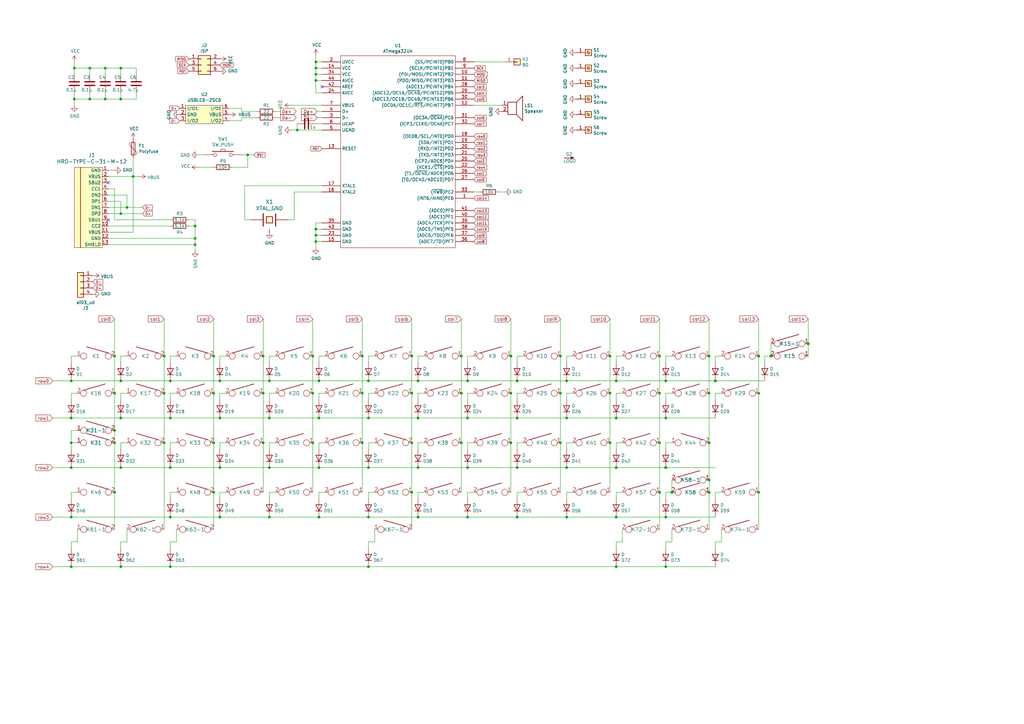
<source format=kicad_sch>
(kicad_sch (version 20211123) (generator eeschema)
  (paper "A3")
  (junction (at 275.59 201.93) (diameter 1.016))
  (junction (at 90.17 171.45) (diameter 0.9144))
  (junction (at 273.05 212.09) (diameter 0.9144))
  (junction (at 110.49 191.77) (diameter 0.9144))
  (junction (at 129.54 25.4) (diameter 0.9144))
  (junction (at 29.21 171.45) (diameter 0.9144))
  (junction (at 250.19 146.05) (diameter 0.9144))
  (junction (at 107.95 146.05) (diameter 0.9144))
  (junction (at 232.41 191.77) (diameter 0.9144))
  (junction (at 151.13 191.77) (diameter 0.9144))
  (junction (at 54.61 72.39) (diameter 0.9144))
  (junction (at 107.95 161.29) (diameter 0.9144))
  (junction (at 171.45 191.77) (diameter 0.9144))
  (junction (at 36.83 27.94) (diameter 0.9144))
  (junction (at 273.05 156.21) (diameter 0.9144))
  (junction (at 46.99 201.93) (diameter 0.9144))
  (junction (at 67.31 146.05) (diameter 0.9144))
  (junction (at 129.54 96.52) (diameter 0.9144))
  (junction (at 209.55 146.05) (diameter 0.9144))
  (junction (at 67.31 161.29) (diameter 0.9144))
  (junction (at 90.17 191.77) (diameter 0.9144))
  (junction (at 290.83 201.93) (diameter 1.016))
  (junction (at 80.01 92.71) (diameter 0.9144))
  (junction (at 212.09 171.45) (diameter 0.9144))
  (junction (at 250.19 161.29) (diameter 0.9144))
  (junction (at 229.87 161.29) (diameter 0.9144))
  (junction (at 107.95 181.61) (diameter 0.9144))
  (junction (at 49.53 40.64) (diameter 0.9144))
  (junction (at 270.51 201.93) (diameter 0.9144))
  (junction (at 270.51 161.29) (diameter 0.9144))
  (junction (at 129.54 30.48) (diameter 0.9144))
  (junction (at 168.91 181.61) (diameter 0.9144))
  (junction (at 87.63 161.29) (diameter 0.9144))
  (junction (at 232.41 171.45) (diameter 0.9144))
  (junction (at 130.81 171.45) (diameter 0.9144))
  (junction (at 229.87 146.05) (diameter 0.9144))
  (junction (at 130.81 156.21) (diameter 0.9144))
  (junction (at 273.05 171.45) (diameter 0.9144))
  (junction (at 110.49 171.45) (diameter 0.9144))
  (junction (at 49.53 27.94) (diameter 0.9144))
  (junction (at 290.83 161.29) (diameter 0.9144))
  (junction (at 69.85 212.09) (diameter 0.9144))
  (junction (at 168.91 161.29) (diameter 0.9144))
  (junction (at 49.53 171.45) (diameter 0.9144))
  (junction (at 69.85 232.41) (diameter 0.9144))
  (junction (at 229.87 181.61) (diameter 0.9144))
  (junction (at 311.15 161.29) (diameter 0.9144))
  (junction (at 128.27 146.05) (diameter 0.9144))
  (junction (at 129.54 99.06) (diameter 0.9144))
  (junction (at 148.59 161.29) (diameter 0.9144))
  (junction (at 29.21 232.41) (diameter 0.9144))
  (junction (at 87.63 181.61) (diameter 0.9144))
  (junction (at 121.92 53.34) (diameter 0.9144))
  (junction (at 151.13 232.41) (diameter 0.9144))
  (junction (at 49.53 87.63) (diameter 0.9144))
  (junction (at 80.01 97.79) (diameter 0.9144))
  (junction (at 49.53 232.41) (diameter 0.9144))
  (junction (at 212.09 212.09) (diameter 0.9144))
  (junction (at 311.15 146.05) (diameter 1.016))
  (junction (at 30.48 40.64) (diameter 0.9144))
  (junction (at 43.18 40.64) (diameter 0.9144))
  (junction (at 191.77 212.09) (diameter 0.9144))
  (junction (at 290.83 146.05) (diameter 0.9144))
  (junction (at 69.85 171.45) (diameter 0.9144))
  (junction (at 209.55 161.29) (diameter 0.9144))
  (junction (at 148.59 181.61) (diameter 0.9144))
  (junction (at 151.13 171.45) (diameter 0.9144))
  (junction (at 130.81 212.09) (diameter 0.9144))
  (junction (at 171.45 212.09) (diameter 0.9144))
  (junction (at 316.23 146.05) (diameter 1.016))
  (junction (at 189.23 161.29) (diameter 0.9144))
  (junction (at 110.49 156.21) (diameter 0.9144))
  (junction (at 69.85 191.77) (diameter 0.9144))
  (junction (at 129.54 27.94) (diameter 0.9144))
  (junction (at 290.83 181.61) (diameter 1.016))
  (junction (at 270.51 181.61) (diameter 0.9144))
  (junction (at 212.09 191.77) (diameter 0.9144))
  (junction (at 87.63 201.93) (diameter 0.9144))
  (junction (at 212.09 156.21) (diameter 0.9144))
  (junction (at 273.05 232.41) (diameter 0.9144))
  (junction (at 29.21 181.61) (diameter 0.9144))
  (junction (at 148.59 146.05) (diameter 0.9144))
  (junction (at 110.49 212.09) (diameter 0.9144))
  (junction (at 171.45 156.21) (diameter 0.9144))
  (junction (at 69.85 156.21) (diameter 0.9144))
  (junction (at 128.27 181.61) (diameter 0.9144))
  (junction (at 46.99 176.53) (diameter 0.9144))
  (junction (at 331.47 140.97) (diameter 1.016))
  (junction (at 290.83 196.85) (diameter 0.9144))
  (junction (at 191.77 171.45) (diameter 0.9144))
  (junction (at 151.13 156.21) (diameter 0.9144))
  (junction (at 191.77 191.77) (diameter 0.9144))
  (junction (at 90.17 212.09) (diameter 0.9144))
  (junction (at 29.21 156.21) (diameter 0.9144))
  (junction (at 232.41 212.09) (diameter 0.9144))
  (junction (at 29.21 191.77) (diameter 0.9144))
  (junction (at 80.01 100.33) (diameter 0.9144))
  (junction (at 30.48 27.94) (diameter 0.9144))
  (junction (at 49.53 191.77) (diameter 0.9144))
  (junction (at 270.51 146.05) (diameter 0.9144))
  (junction (at 252.73 232.41) (diameter 0.9144))
  (junction (at 168.91 201.93) (diameter 0.9144))
  (junction (at 293.37 156.21) (diameter 1.016))
  (junction (at 168.91 146.05) (diameter 0.9144))
  (junction (at 67.31 181.61) (diameter 0.9144))
  (junction (at 151.13 212.09) (diameter 0.9144))
  (junction (at 252.73 191.77) (diameter 0.9144))
  (junction (at 128.27 161.29) (diameter 0.9144))
  (junction (at 273.05 191.77) (diameter 1.016))
  (junction (at 49.53 156.21) (diameter 0.9144))
  (junction (at 46.99 161.29) (diameter 0.9144))
  (junction (at 87.63 146.05) (diameter 0.9144))
  (junction (at 252.73 156.21) (diameter 0.9144))
  (junction (at 129.54 33.02) (diameter 0.9144))
  (junction (at 250.19 181.61) (diameter 0.9144))
  (junction (at 252.73 171.45) (diameter 0.9144))
  (junction (at 209.55 181.61) (diameter 0.9144))
  (junction (at 191.77 156.21) (diameter 0.9144))
  (junction (at 36.83 40.64) (diameter 0.9144))
  (junction (at 189.23 181.61) (diameter 0.9144))
  (junction (at 171.45 171.45) (diameter 0.9144))
  (junction (at 52.07 85.09) (diameter 0.9144))
  (junction (at 90.17 156.21) (diameter 0.9144))
  (junction (at 43.18 27.94) (diameter 0.9144))
  (junction (at 189.23 146.05) (diameter 0.9144))
  (junction (at 46.99 146.05) (diameter 0.9144))
  (junction (at 252.73 212.09) (diameter 0.9144))
  (junction (at 311.15 201.93) (diameter 0.9144))
  (junction (at 129.54 93.98) (diameter 0.9144))
  (junction (at 46.99 181.61) (diameter 0.9144))
  (junction (at 29.21 212.09) (diameter 0.9144))
  (junction (at 101.6 63.5) (diameter 0.9144))
  (junction (at 130.81 191.77) (diameter 0.9144))
  (junction (at 232.41 156.21) (diameter 0.9144))
  (no_connect (at 132.08 35.56))
  (no_connect (at 44.45 74.93))
  (no_connect (at 44.45 90.17))
  (wire (pts (xy 21.59 212.09) (xy 29.21 212.09)))
  (wire (pts (xy 69.85 201.93) (xy 72.39 201.93)))
  (wire (pts (xy 110.49 146.05) (xy 113.03 146.05)))
  (wire (pts (xy 77.47 90.17) (xy 80.01 90.17)))
  (wire (pts (xy 171.45 184.15) (xy 171.45 181.61)))
  (wire (pts (xy 273.05 224.79) (xy 273.05 222.25)))
  (wire (pts (xy 80.01 90.17) (xy 80.01 92.71)))
  (wire (pts (xy 90.17 204.47) (xy 90.17 201.93)))
  (wire (pts (xy 273.05 156.21) (xy 293.37 156.21)))
  (wire (pts (xy 293.37 156.21) (xy 313.69 156.21)))
  (wire (pts (xy 93.98 44.45) (xy 99.06 44.45)))
  (wire (pts (xy 128.27 201.93) (xy 128.27 181.61)))
  (wire (pts (xy 128.27 161.29) (xy 128.27 146.05)))
  (wire (pts (xy 232.41 171.45) (xy 252.73 171.45)))
  (wire (pts (xy 129.54 22.86) (xy 129.54 25.4)))
  (wire (pts (xy 212.09 184.15) (xy 212.09 181.61)))
  (wire (pts (xy 110.49 163.83) (xy 110.49 161.29)))
  (wire (pts (xy 252.73 161.29) (xy 255.27 161.29)))
  (wire (pts (xy 110.49 184.15) (xy 110.49 181.61)))
  (wire (pts (xy 29.21 161.29) (xy 31.75 161.29)))
  (wire (pts (xy 151.13 212.09) (xy 171.45 212.09)))
  (wire (pts (xy 252.73 184.15) (xy 252.73 181.61)))
  (wire (pts (xy 110.49 148.59) (xy 110.49 146.05)))
  (wire (pts (xy 69.85 184.15) (xy 69.85 181.61)))
  (wire (pts (xy 252.73 191.77) (xy 273.05 191.77)))
  (wire (pts (xy 151.13 163.83) (xy 151.13 161.29)))
  (wire (pts (xy 168.91 161.29) (xy 168.91 146.05)))
  (wire (pts (xy 87.63 130.81) (xy 87.63 146.05)))
  (wire (pts (xy 212.09 146.05) (xy 214.63 146.05)))
  (wire (pts (xy 87.63 146.05) (xy 87.63 161.29)))
  (wire (pts (xy 212.09 171.45) (xy 232.41 171.45)))
  (wire (pts (xy 29.21 156.21) (xy 49.53 156.21)))
  (wire (pts (xy 101.6 63.5) (xy 101.6 68.58)))
  (wire (pts (xy 43.18 40.64) (xy 49.53 40.64)))
  (wire (pts (xy 191.77 163.83) (xy 191.77 161.29)))
  (wire (pts (xy 189.23 146.05) (xy 189.23 161.29)))
  (wire (pts (xy 69.85 181.61) (xy 72.39 181.61)))
  (wire (pts (xy 189.23 130.81) (xy 189.23 146.05)))
  (wire (pts (xy 151.13 204.47) (xy 151.13 201.93)))
  (wire (pts (xy 67.31 181.61) (xy 67.31 161.29)))
  (wire (pts (xy 151.13 161.29) (xy 153.67 161.29)))
  (wire (pts (xy 29.21 191.77) (xy 21.59 191.77)))
  (wire (pts (xy 107.95 161.29) (xy 107.95 181.61)))
  (wire (pts (xy 209.55 146.05) (xy 209.55 130.81)))
  (wire (pts (xy 44.45 72.39) (xy 54.61 72.39)))
  (wire (pts (xy 273.05 232.41) (xy 252.73 232.41)))
  (wire (pts (xy 90.17 171.45) (xy 110.49 171.45)))
  (wire (pts (xy 121.92 53.34) (xy 132.08 53.34)))
  (wire (pts (xy 30.48 27.94) (xy 36.83 27.94)))
  (wire (pts (xy 130.81 191.77) (xy 110.49 191.77)))
  (wire (pts (xy 46.99 181.61) (xy 46.99 201.93)))
  (wire (pts (xy 54.61 72.39) (xy 54.61 95.25)))
  (wire (pts (xy 30.48 40.64) (xy 30.48 43.18)))
  (wire (pts (xy 100.33 90.17) (xy 102.87 90.17)))
  (wire (pts (xy 90.17 161.29) (xy 92.71 161.29)))
  (wire (pts (xy 252.73 181.61) (xy 255.27 181.61)))
  (wire (pts (xy 29.21 176.53) (xy 29.21 181.61)))
  (wire (pts (xy 36.83 27.94) (xy 43.18 27.94)))
  (wire (pts (xy 99.06 45.72) (xy 105.41 45.72)))
  (wire (pts (xy 293.37 161.29) (xy 295.91 161.29)))
  (wire (pts (xy 99.06 44.45) (xy 99.06 45.72)))
  (wire (pts (xy 110.49 171.45) (xy 130.81 171.45)))
  (wire (pts (xy 21.59 171.45) (xy 29.21 171.45)))
  (wire (pts (xy 151.13 191.77) (xy 130.81 191.77)))
  (wire (pts (xy 81.28 68.58) (xy 87.63 68.58)))
  (wire (pts (xy 151.13 224.79) (xy 151.13 222.25)))
  (wire (pts (xy 31.75 217.17) (xy 31.75 222.25)))
  (wire (pts (xy 191.77 161.29) (xy 194.31 161.29)))
  (wire (pts (xy 171.45 148.59) (xy 171.45 146.05)))
  (wire (pts (xy 129.54 25.4) (xy 129.54 27.94)))
  (wire (pts (xy 29.21 224.79) (xy 29.21 222.25)))
  (wire (pts (xy 21.59 156.21) (xy 29.21 156.21)))
  (wire (pts (xy 273.05 204.47) (xy 273.05 201.93)))
  (wire (pts (xy 232.41 184.15) (xy 232.41 181.61)))
  (wire (pts (xy 69.85 204.47) (xy 69.85 201.93)))
  (wire (pts (xy 49.53 184.15) (xy 49.53 181.61)))
  (wire (pts (xy 153.67 217.17) (xy 153.67 222.25)))
  (wire (pts (xy 29.21 222.25) (xy 31.75 222.25)))
  (wire (pts (xy 171.45 181.61) (xy 173.99 181.61)))
  (wire (pts (xy 313.69 146.05) (xy 316.23 146.05)))
  (wire (pts (xy 90.17 191.77) (xy 69.85 191.77)))
  (wire (pts (xy 99.06 48.26) (xy 105.41 48.26)))
  (wire (pts (xy 99.06 63.5) (xy 101.6 63.5)))
  (wire (pts (xy 121.92 50.8) (xy 121.92 53.34)))
  (wire (pts (xy 120.65 90.17) (xy 118.11 90.17)))
  (wire (pts (xy 252.73 222.25) (xy 255.27 222.25)))
  (wire (pts (xy 29.21 212.09) (xy 69.85 212.09)))
  (wire (pts (xy 132.08 27.94) (xy 129.54 27.94)))
  (wire (pts (xy 67.31 181.61) (xy 67.31 217.17)))
  (wire (pts (xy 151.13 232.41) (xy 252.73 232.41)))
  (wire (pts (xy 30.48 38.1) (xy 30.48 40.64)))
  (wire (pts (xy 275.59 196.85) (xy 275.59 201.93)))
  (wire (pts (xy 252.73 171.45) (xy 273.05 171.45)))
  (wire (pts (xy 49.53 148.59) (xy 49.53 146.05)))
  (wire (pts (xy 29.21 171.45) (xy 49.53 171.45)))
  (wire (pts (xy 229.87 130.81) (xy 229.87 146.05)))
  (wire (pts (xy 46.99 130.81) (xy 46.99 146.05)))
  (wire (pts (xy 129.54 30.48) (xy 129.54 33.02)))
  (wire (pts (xy 293.37 146.05) (xy 295.91 146.05)))
  (wire (pts (xy 273.05 171.45) (xy 293.37 171.45)))
  (wire (pts (xy 30.48 25.4) (xy 30.48 27.94)))
  (wire (pts (xy 168.91 146.05) (xy 168.91 130.81)))
  (wire (pts (xy 46.99 201.93) (xy 46.99 217.17)))
  (wire (pts (xy 252.73 148.59) (xy 252.73 146.05)))
  (wire (pts (xy 110.49 161.29) (xy 113.03 161.29)))
  (wire (pts (xy 46.99 176.53) (xy 46.99 181.61)))
  (wire (pts (xy 110.49 181.61) (xy 113.03 181.61)))
  (wire (pts (xy 36.83 40.64) (xy 36.83 38.1)))
  (wire (pts (xy 191.77 201.93) (xy 194.31 201.93)))
  (wire (pts (xy 43.18 30.48) (xy 43.18 27.94)))
  (wire (pts (xy 273.05 146.05) (xy 275.59 146.05)))
  (wire (pts (xy 44.45 77.47) (xy 46.99 77.47)))
  (wire (pts (xy 212.09 181.61) (xy 214.63 181.61)))
  (wire (pts (xy 49.53 222.25) (xy 52.07 222.25)))
  (wire (pts (xy 209.55 201.93) (xy 209.55 181.61)))
  (wire (pts (xy 49.53 171.45) (xy 69.85 171.45)))
  (wire (pts (xy 207.01 78.74) (xy 204.47 78.74)))
  (wire (pts (xy 90.17 184.15) (xy 90.17 181.61)))
  (wire (pts (xy 77.47 92.71) (xy 80.01 92.71)))
  (wire (pts (xy 171.45 156.21) (xy 191.77 156.21)))
  (wire (pts (xy 168.91 201.93) (xy 168.91 181.61)))
  (wire (pts (xy 212.09 191.77) (xy 191.77 191.77)))
  (wire (pts (xy 49.53 82.55) (xy 44.45 82.55)))
  (wire (pts (xy 293.37 201.93) (xy 295.91 201.93)))
  (wire (pts (xy 132.08 96.52) (xy 129.54 96.52)))
  (wire (pts (xy 252.73 163.83) (xy 252.73 161.29)))
  (wire (pts (xy 232.41 191.77) (xy 212.09 191.77)))
  (wire (pts (xy 273.05 163.83) (xy 273.05 161.29)))
  (wire (pts (xy 171.45 201.93) (xy 173.99 201.93)))
  (wire (pts (xy 119.38 53.34) (xy 121.92 53.34)))
  (wire (pts (xy 212.09 212.09) (xy 232.41 212.09)))
  (wire (pts (xy 130.81 212.09) (xy 151.13 212.09)))
  (wire (pts (xy 148.59 181.61) (xy 148.59 201.93)))
  (wire (pts (xy 29.21 163.83) (xy 29.21 161.29)))
  (wire (pts (xy 128.27 146.05) (xy 128.27 130.81)))
  (wire (pts (xy 110.49 156.21) (xy 130.81 156.21)))
  (wire (pts (xy 54.61 72.39) (xy 54.61 64.77)))
  (wire (pts (xy 132.08 43.18) (xy 119.38 43.18)))
  (wire (pts (xy 130.81 181.61) (xy 133.35 181.61)))
  (wire (pts (xy 80.01 92.71) (xy 80.01 97.79)))
  (wire (pts (xy 295.91 222.25) (xy 295.91 217.17)))
  (wire (pts (xy 130.81 184.15) (xy 130.81 181.61)))
  (wire (pts (xy 69.85 146.05) (xy 72.39 146.05)))
  (wire (pts (xy 81.28 63.5) (xy 83.82 63.5)))
  (wire (pts (xy 87.63 201.93) (xy 87.63 217.17)))
  (wire (pts (xy 191.77 184.15) (xy 191.77 181.61)))
  (wire (pts (xy 90.17 156.21) (xy 110.49 156.21)))
  (wire (pts (xy 69.85 191.77) (xy 49.53 191.77)))
  (wire (pts (xy 52.07 222.25) (xy 52.07 217.17)))
  (wire (pts (xy 290.83 161.29) (xy 290.83 146.05)))
  (wire (pts (xy 129.54 91.44) (xy 129.54 93.98)))
  (wire (pts (xy 255.27 222.25) (xy 255.27 217.17)))
  (wire (pts (xy 196.85 78.74) (xy 194.31 78.74)))
  (wire (pts (xy 44.45 87.63) (xy 49.53 87.63)))
  (wire (pts (xy 36.83 30.48) (xy 36.83 27.94)))
  (wire (pts (xy 49.53 87.63) (xy 58.42 87.63)))
  (wire (pts (xy 129.54 99.06) (xy 132.08 99.06)))
  (wire (pts (xy 69.85 156.21) (xy 90.17 156.21)))
  (wire (pts (xy 55.88 40.64) (xy 55.88 38.1)))
  (wire (pts (xy 44.45 80.01) (xy 52.07 80.01)))
  (wire (pts (xy 44.45 97.79) (xy 80.01 97.79)))
  (wire (pts (xy 29.21 201.93) (xy 31.75 201.93)))
  (wire (pts (xy 107.95 146.05) (xy 107.95 161.29)))
  (wire (pts (xy 148.59 146.05) (xy 148.59 161.29)))
  (wire (pts (xy 49.53 27.94) (xy 55.88 27.94)))
  (wire (pts (xy 151.13 222.25) (xy 153.67 222.25)))
  (wire (pts (xy 130.81 163.83) (xy 130.81 161.29)))
  (wire (pts (xy 80.01 100.33) (xy 80.01 102.87)))
  (wire (pts (xy 273.05 181.61) (xy 275.59 181.61)))
  (wire (pts (xy 107.95 130.81) (xy 107.95 146.05)))
  (wire (pts (xy 273.05 161.29) (xy 275.59 161.29)))
  (wire (pts (xy 229.87 146.05) (xy 229.87 161.29)))
  (wire (pts (xy 69.85 222.25) (xy 72.39 222.25)))
  (wire (pts (xy 130.048 48.26) (xy 132.08 48.26)))
  (wire (pts (xy 209.55 181.61) (xy 209.55 161.29)))
  (wire (pts (xy 67.31 161.29) (xy 67.31 146.05)))
  (wire (pts (xy 232.41 148.59) (xy 232.41 146.05)))
  (wire (pts (xy 212.09 201.93) (xy 214.63 201.93)))
  (wire (pts (xy 29.21 204.47) (xy 29.21 201.93)))
  (wire (pts (xy 293.37 204.47) (xy 293.37 201.93)))
  (wire (pts (xy 99.06 49.53) (xy 99.06 48.26)))
  (wire (pts (xy 107.95 181.61) (xy 107.95 201.93)))
  (wire (pts (xy 273.05 184.15) (xy 273.05 181.61)))
  (wire (pts (xy 232.41 156.21) (xy 252.73 156.21)))
  (wire (pts (xy 101.6 68.58) (xy 95.25 68.58)))
  (wire (pts (xy 113.03 48.26) (xy 115.062 48.26)))
  (wire (pts (xy 151.13 146.05) (xy 153.67 146.05)))
  (wire (pts (xy 275.59 222.25) (xy 275.59 217.17)))
  (wire (pts (xy 151.13 232.41) (xy 69.85 232.41)))
  (wire (pts (xy 129.54 93.98) (xy 129.54 96.52)))
  (wire (pts (xy 270.51 146.05) (xy 270.51 161.29)))
  (wire (pts (xy 46.99 161.29) (xy 46.99 176.53)))
  (wire (pts (xy 171.45 171.45) (xy 191.77 171.45)))
  (wire (pts (xy 87.63 181.61) (xy 87.63 201.93)))
  (wire (pts (xy 110.49 204.47) (xy 110.49 201.93)))
  (wire (pts (xy 232.41 161.29) (xy 234.95 161.29)))
  (wire (pts (xy 290.83 196.85) (xy 290.83 201.93)))
  (wire (pts (xy 290.83 201.93) (xy 290.83 217.17)))
  (wire (pts (xy 171.45 212.09) (xy 191.77 212.09)))
  (wire (pts (xy 49.53 40.64) (xy 49.53 38.1)))
  (wire (pts (xy 110.49 212.09) (xy 130.81 212.09)))
  (wire (pts (xy 49.53 191.77) (xy 29.21 191.77)))
  (wire (pts (xy 232.41 204.47) (xy 232.41 201.93)))
  (wire (pts (xy 290.83 181.61) (xy 290.83 196.85)))
  (wire (pts (xy 189.23 161.29) (xy 189.23 181.61)))
  (wire (pts (xy 67.31 146.05) (xy 67.31 130.81)))
  (wire (pts (xy 36.83 40.64) (xy 43.18 40.64)))
  (wire (pts (xy 130.048 45.72) (xy 132.08 45.72)))
  (wire (pts (xy 168.91 217.17) (xy 168.91 201.93)))
  (wire (pts (xy 29.21 184.15) (xy 29.21 181.61)))
  (wire (pts (xy 191.77 204.47) (xy 191.77 201.93)))
  (wire (pts (xy 46.99 146.05) (xy 46.99 161.29)))
  (wire (pts (xy 104.14 63.5) (xy 101.6 63.5)))
  (wire (pts (xy 49.53 232.41) (xy 29.21 232.41)))
  (wire (pts (xy 49.53 87.63) (xy 49.53 82.55)))
  (wire (pts (xy 252.73 224.79) (xy 252.73 222.25)))
  (wire (pts (xy 130.81 171.45) (xy 151.13 171.45)))
  (wire (pts (xy 129.54 33.02) (xy 129.54 38.1)))
  (wire (pts (xy 49.53 30.48) (xy 49.53 27.94)))
  (wire (pts (xy 290.83 161.29) (xy 290.83 181.61)))
  (wire (pts (xy 129.54 38.1) (xy 132.08 38.1)))
  (wire (pts (xy 212.09 161.29) (xy 214.63 161.29)))
  (wire (pts (xy 100.33 76.2) (xy 132.08 76.2)))
  (wire (pts (xy 52.07 85.09) (xy 44.45 85.09)))
  (wire (pts (xy 250.19 181.61) (xy 250.19 161.29)))
  (wire (pts (xy 72.39 222.25) (xy 72.39 217.17)))
  (wire (pts (xy 273.05 148.59) (xy 273.05 146.05)))
  (wire (pts (xy 132.08 30.48) (xy 129.54 30.48)))
  (wire (pts (xy 232.41 146.05) (xy 234.95 146.05)))
  (wire (pts (xy 191.77 181.61) (xy 194.31 181.61)))
  (wire (pts (xy 90.17 201.93) (xy 92.71 201.93)))
  (wire (pts (xy 168.91 181.61) (xy 168.91 161.29)))
  (wire (pts (xy 69.85 212.09) (xy 90.17 212.09)))
  (wire (pts (xy 148.59 161.29) (xy 148.59 181.61)))
  (wire (pts (xy 151.13 156.21) (xy 171.45 156.21)))
  (wire (pts (xy 43.18 27.94) (xy 49.53 27.94)))
  (wire (pts (xy 250.19 161.29) (xy 250.19 146.05)))
  (wire (pts (xy 250.19 201.93) (xy 250.19 181.61)))
  (wire (pts (xy 194.31 25.4) (xy 207.01 25.4)))
  (wire (pts (xy 30.48 40.64) (xy 36.83 40.64)))
  (wire (pts (xy 31.75 176.53) (xy 29.21 176.53)))
  (wire (pts (xy 191.77 148.59) (xy 191.77 146.05)))
  (wire (pts (xy 90.17 181.61) (xy 92.71 181.61)))
  (wire (pts (xy 252.73 212.09) (xy 273.05 212.09)))
  (wire (pts (xy 90.17 148.59) (xy 90.17 146.05)))
  (wire (pts (xy 148.59 130.81) (xy 148.59 146.05)))
  (wire (pts (xy 270.51 161.29) (xy 270.51 181.61)))
  (wire (pts (xy 311.15 201.93) (xy 311.15 217.17)))
  (wire (pts (xy 69.85 232.41) (xy 49.53 232.41)))
  (wire (pts (xy 232.41 181.61) (xy 234.95 181.61)))
  (wire (pts (xy 49.53 40.64) (xy 55.88 40.64)))
  (wire (pts (xy 49.53 224.79) (xy 49.53 222.25)))
  (wire (pts (xy 29.21 232.41) (xy 21.59 232.41)))
  (wire (pts (xy 171.45 163.83) (xy 171.45 161.29)))
  (wire (pts (xy 189.23 181.61) (xy 189.23 201.93)))
  (wire (pts (xy 171.45 146.05) (xy 173.99 146.05)))
  (wire (pts (xy 69.85 171.45) (xy 90.17 171.45)))
  (wire (pts (xy 171.45 161.29) (xy 173.99 161.29)))
  (wire (pts (xy 293.37 163.83) (xy 293.37 161.29)))
  (wire (pts (xy 229.87 161.29) (xy 229.87 181.61)))
  (wire (pts (xy 132.08 33.02) (xy 129.54 33.02)))
  (wire (pts (xy 130.81 204.47) (xy 130.81 201.93)))
  (wire (pts (xy 273.05 201.93) (xy 275.59 201.93)))
  (wire (pts (xy 232.41 201.93) (xy 234.95 201.93)))
  (wire (pts (xy 151.13 148.59) (xy 151.13 146.05)))
  (wire (pts (xy 311.15 130.81) (xy 311.15 146.05)))
  (wire (pts (xy 311.15 146.05) (xy 311.15 161.29)))
  (wire (pts (xy 130.81 146.05) (xy 133.35 146.05)))
  (wire (pts (xy 49.53 161.29) (xy 52.07 161.29)))
  (wire (pts (xy 212.09 204.47) (xy 212.09 201.93)))
  (wire (pts (xy 130.81 156.21) (xy 151.13 156.21)))
  (wire (pts (xy 252.73 146.05) (xy 255.27 146.05)))
  (wire (pts (xy 29.21 181.61) (xy 31.75 181.61)))
  (wire (pts (xy 55.88 27.94) (xy 55.88 30.48)))
  (wire (pts (xy 171.45 204.47) (xy 171.45 201.93)))
  (wire (pts (xy 87.63 161.29) (xy 87.63 181.61)))
  (wire (pts (xy 100.33 90.17) (xy 100.33 76.2)))
  (wire (pts (xy 120.65 78.74) (xy 120.65 90.17)))
  (wire (pts (xy 151.13 201.93) (xy 153.67 201.93)))
  (wire (pts (xy 270.51 201.93) (xy 270.51 217.17)))
  (wire (pts (xy 252.73 156.21) (xy 273.05 156.21)))
  (wire (pts (xy 90.17 212.09) (xy 110.49 212.09)))
  (wire (pts (xy 49.53 163.83) (xy 49.53 161.29)))
  (wire (pts (xy 49.53 156.21) (xy 69.85 156.21)))
  (wire (pts (xy 130.81 201.93) (xy 133.35 201.93)))
  (wire (pts (xy 252.73 204.47) (xy 252.73 201.93)))
  (wire (pts (xy 52.07 80.01) (xy 52.07 85.09)))
  (wire (pts (xy 90.17 146.05) (xy 92.71 146.05)))
  (wire (pts (xy 212.09 156.21) (xy 232.41 156.21)))
  (wire (pts (xy 209.55 161.29) (xy 209.55 146.05)))
  (wire (pts (xy 132.08 93.98) (xy 129.54 93.98)))
  (wire (pts (xy 273.05 222.25) (xy 275.59 222.25)))
  (wire (pts (xy 93.98 49.53) (xy 99.06 49.53)))
  (wire (pts (xy 313.69 148.59) (xy 313.69 146.05)))
  (wire (pts (xy 194.31 43.18) (xy 205.74 43.18)))
  (wire (pts (xy 46.99 90.17) (xy 69.85 90.17)))
  (wire (pts (xy 331.47 140.97) (xy 331.47 130.81)))
  (wire (pts (xy 290.83 146.05) (xy 290.83 130.81)))
  (wire (pts (xy 151.13 184.15) (xy 151.13 181.61)))
  (wire (pts (xy 293.37 148.59) (xy 293.37 146.05)))
  (wire (pts (xy 128.27 181.61) (xy 128.27 161.29)))
  (wire (pts (xy 54.61 95.25) (xy 44.45 95.25)))
  (wire (pts (xy 273.05 212.09) (xy 293.37 212.09)))
  (wire (pts (xy 130.81 161.29) (xy 133.35 161.29)))
  (wire (pts (xy 232.41 163.83) (xy 232.41 161.29)))
  (wire (pts (xy 316.23 140.97) (xy 316.23 146.05)))
  (wire (pts (xy 69.85 163.83) (xy 69.85 161.29)))
  (wire (pts (xy 29.21 148.59) (xy 29.21 146.05)))
  (wire (pts (xy 270.51 181.61) (xy 270.51 201.93)))
  (wire (pts (xy 29.21 146.05) (xy 31.75 146.05)))
  (wire (pts (xy 129.54 101.6) (xy 129.54 99.06)))
  (wire (pts (xy 232.41 212.09) (xy 252.73 212.09)))
  (wire (pts (xy 132.08 50.8) (xy 129.54 50.8)))
  (wire (pts (xy 151.13 171.45) (xy 171.45 171.45)))
  (wire (pts (xy 49.53 146.05) (xy 52.07 146.05)))
  (wire (pts (xy 270.51 130.81) (xy 270.51 146.05)))
  (wire (pts (xy 252.73 201.93) (xy 255.27 201.93)))
  (wire (pts (xy 46.99 77.47) (xy 46.99 90.17)))
  (wire (pts (xy 191.77 191.77) (xy 171.45 191.77)))
  (wire (pts (xy 151.13 181.61) (xy 153.67 181.61)))
  (wire (pts (xy 191.77 156.21) (xy 212.09 156.21)))
  (wire (pts (xy 191.77 146.05) (xy 194.31 146.05)))
  (wire (pts (xy 80.01 97.79) (xy 80.01 100.33)))
  (wire (pts (xy 69.85 148.59) (xy 69.85 146.05)))
  (wire (pts (xy 273.05 191.77) (xy 293.37 191.77)))
  (wire (pts (xy 229.87 181.61) (xy 229.87 201.93)))
  (wire (pts (xy 44.45 69.85) (xy 46.99 69.85)))
  (wire (pts (xy 132.08 91.44) (xy 129.54 91.44)))
  (wire (pts (xy 113.03 45.72) (xy 115.062 45.72)))
  (wire (pts (xy 129.54 27.94) (xy 129.54 30.48)))
  (wire (pts (xy 331.47 140.97) (xy 331.47 146.05)))
  (wire (pts (xy 69.85 224.79) (xy 69.85 222.25)))
  (wire (pts (xy 90.17 163.83) (xy 90.17 161.29)))
  (wire (pts (xy 311.15 161.29) (xy 311.15 201.93)))
  (wire (pts (xy 212.09 148.59) (xy 212.09 146.05)))
  (wire (pts (xy 52.07 85.09) (xy 58.42 85.09)))
  (wire (pts (xy 132.08 25.4) (xy 129.54 25.4)))
  (wire (pts (xy 293.37 232.41) (xy 273.05 232.41)))
  (wire (pts (xy 69.85 161.29) (xy 72.39 161.29)))
  (wire (pts (xy 49.53 181.61) (xy 52.07 181.61)))
  (wire (pts (xy 250.19 146.05) (xy 250.19 130.81)))
  (wire (pts (xy 43.18 40.64) (xy 43.18 38.1)))
  (wire (pts (xy 129.54 96.52) (xy 129.54 99.06)))
  (wire (pts (xy 191.77 212.09) (xy 212.09 212.09)))
  (wire (pts (xy 171.45 191.77) (xy 151.13 191.77)))
  (wire (pts (xy 54.61 72.39) (xy 57.15 72.39)))
  (wire (pts (xy 110.49 201.93) (xy 113.03 201.93)))
  (wire (pts (xy 191.77 171.45) (xy 212.09 171.45)))
  (wire (pts (xy 212.09 163.83) (xy 212.09 161.29)))
  (wire (pts (xy 44.45 92.71) (xy 69.85 92.71)))
  (wire (pts (xy 132.08 78.74) (xy 120.65 78.74)))
  (wire (pts (xy 293.37 222.25) (xy 295.91 222.25)))
  (wire (pts (xy 30.48 27.94) (xy 30.48 30.48)))
  (wire (pts (xy 44.45 100.33) (xy 80.01 100.33)))
  (wire (pts (xy 130.81 148.59) (xy 130.81 146.05)))
  (wire (pts (xy 252.73 191.77) (xy 232.41 191.77)))
  (wire (pts (xy 293.37 224.79) (xy 293.37 222.25)))
  (wire (pts (xy 110.49 191.77) (xy 90.17 191.77)))
  (global_label "col9" (shape input) (at 229.87 130.81 180) (property "Intersheet References" "${INTERSHEET_REFS}" (effects hide)))
  (global_label "col4" (shape input) (at 128.27 130.81 180) (property "Intersheet References" "${INTERSHEET_REFS}" (effects hide)))
  (global_label "D-" (shape input) (at 38.1 115.57 0) (effects (font (size 0.9906 0.9906))) (property "Intersheet References" "${INTERSHEET_REFS}" (effects hide)))
  (global_label "col11" (shape input) (at 194.31 91.44 0) (effects (font (size 0.9906 0.9906))) (property "Intersheet References" "${INTERSHEET_REFS}" (effects hide)))
  (global_label "row0" (shape input) (at 194.31 55.88 0) (effects (font (size 0.9906 0.9906))) (property "Intersheet References" "${INTERSHEET_REFS}" (effects hide)))
  (global_label "row0" (shape input) (at 21.59 156.21 180) (property "Intersheet References" "${INTERSHEET_REFS}" (effects hide)))
  (global_label "SCK" (shape input) (at 194.31 27.94 0) (effects (font (size 0.9906 0.9906))) (property "Intersheet References" "${INTERSHEET_REFS}" (effects hide)))
  (global_label "D-" (shape input) (at 58.42 85.09 0) (effects (font (size 0.9906 0.9906))) (property "Intersheet References" "${INTERSHEET_REFS}" (effects hide)))
  (global_label "col4" (shape input) (at 194.31 38.1 0) (effects (font (size 0.9906 0.9906))) (property "Intersheet References" "${INTERSHEET_REFS}" (effects hide)))
  (global_label "row4" (shape input) (at 21.59 232.41 180) (property "Intersheet References" "${INTERSHEET_REFS}" (effects hide)))
  (global_label "col8" (shape input) (at 194.31 99.06 0) (effects (font (size 0.9906 0.9906))) (property "Intersheet References" "${INTERSHEET_REFS}" (effects hide)))
  (global_label "RST" (shape input) (at 132.08 60.96 180) (effects (font (size 0.9906 0.9906))) (property "Intersheet References" "${INTERSHEET_REFS}" (effects hide)))
  (global_label "RST" (shape input) (at 104.14 63.5 0) (effects (font (size 0.9906 0.9906))) (property "Intersheet References" "${INTERSHEET_REFS}" (effects hide)))
  (global_label "col3" (shape input) (at 194.31 35.56 0) (effects (font (size 0.9906 0.9906))) (property "Intersheet References" "${INTERSHEET_REFS}" (effects hide)))
  (global_label "row1" (shape input) (at 21.59 171.45 180) (property "Intersheet References" "${INTERSHEET_REFS}" (effects hide)))
  (global_label "D+" (shape input) (at 58.42 87.63 0) (effects (font (size 0.9906 0.9906))) (property "Intersheet References" "${INTERSHEET_REFS}" (effects hide)))
  (global_label "MOSI" (shape input) (at 194.31 30.48 0) (effects (font (size 0.9906 0.9906))) (property "Intersheet References" "${INTERSHEET_REFS}" (effects hide)))
  (global_label "col0" (shape input) (at 194.31 73.66 0) (effects (font (size 0.9906 0.9906))) (property "Intersheet References" "${INTERSHEET_REFS}" (effects hide)))
  (global_label "col5" (shape input) (at 148.59 130.81 180) (property "Intersheet References" "${INTERSHEET_REFS}" (effects hide)))
  (global_label "row2" (shape input) (at 194.31 60.96 0) (effects (font (size 0.9906 0.9906))) (property "Intersheet References" "${INTERSHEET_REFS}" (effects hide)))
  (global_label "Da+" (shape output) (at 115.062 45.72 0) (property "Intersheet References" "${INTERSHEET_REFS}" (effects hide)))
  (global_label "SCK" (shape input) (at 77.47 26.67 180) (effects (font (size 0.9906 0.9906))) (property "Intersheet References" "${INTERSHEET_REFS}" (effects hide)))
  (global_label "col14" (shape input) (at 331.47 130.81 180) (property "Intersheet References" "${INTERSHEET_REFS}" (effects hide)))
  (global_label "D-" (shape input) (at 73.66 49.53 180) (effects (font (size 0.9906 0.9906))) (property "Intersheet References" "${INTERSHEET_REFS}" (effects hide)))
  (global_label "col2" (shape input) (at 194.31 66.04 0) (effects (font (size 0.9906 0.9906))) (property "Intersheet References" "${INTERSHEET_REFS}" (effects hide)))
  (global_label "col0" (shape input) (at 46.99 130.81 180) (property "Intersheet References" "${INTERSHEET_REFS}" (effects hide)))
  (global_label "col2" (shape input) (at 87.63 130.81 180) (property "Intersheet References" "${INTERSHEET_REFS}" (effects hide)))
  (global_label "col5" (shape input) (at 194.31 40.64 0) (effects (font (size 0.9906 0.9906))) (property "Intersheet References" "${INTERSHEET_REFS}" (effects hide)))
  (global_label "col13" (shape input) (at 194.31 86.36 0) (effects (font (size 0.9906 0.9906))) (property "Intersheet References" "${INTERSHEET_REFS}" (effects hide)))
  (global_label "Da+" (shape input) (at 130.048 45.72 180) (property "Intersheet References" "${INTERSHEET_REFS}" (effects hide)))
  (global_label "row2" (shape input) (at 21.59 191.77 180) (property "Intersheet References" "${INTERSHEET_REFS}" (effects hide)))
  (global_label "MOSI" (shape input) (at 90.17 26.67 0) (effects (font (size 0.9906 0.9906))) (property "Intersheet References" "${INTERSHEET_REFS}" (effects hide)))
  (global_label "col1" (shape input) (at 194.31 71.12 0) (effects (font (size 0.9906 0.9906))) (property "Intersheet References" "${INTERSHEET_REFS}" (effects hide)))
  (global_label "col1" (shape input) (at 67.31 130.81 180) (property "Intersheet References" "${INTERSHEET_REFS}" (effects hide)))
  (global_label "D+" (shape input) (at 73.66 44.45 180) (effects (font (size 0.9906 0.9906))) (property "Intersheet References" "${INTERSHEET_REFS}" (effects hide)))
  (global_label "col6" (shape input) (at 194.31 48.26 0) (effects (font (size 0.9906 0.9906))) (property "Intersheet References" "${INTERSHEET_REFS}" (effects hide)))
  (global_label "col3" (shape input) (at 107.95 130.81 180) (property "Intersheet References" "${INTERSHEET_REFS}" (effects hide)))
  (global_label "col7" (shape input) (at 194.31 50.8 0) (effects (font (size 0.9906 0.9906))) (property "Intersheet References" "${INTERSHEET_REFS}" (effects hide)))
  (global_label "row1" (shape input) (at 194.31 58.42 0) (effects (font (size 0.9906 0.9906))) (property "Intersheet References" "${INTERSHEET_REFS}" (effects hide)))
  (global_label "col6" (shape input) (at 168.91 130.81 180) (property "Intersheet References" "${INTERSHEET_REFS}" (effects hide)))
  (global_label "MISO" (shape input) (at 194.31 33.02 0) (effects (font (size 0.9906 0.9906))) (property "Intersheet References" "${INTERSHEET_REFS}" (effects hide)))
  (global_label "D+" (shape input) (at 38.1 118.11 0) (effects (font (size 0.9906 0.9906))) (property "Intersheet References" "${INTERSHEET_REFS}" (effects hide)))
  (global_label "col10" (shape input) (at 194.31 93.98 0) (effects (font (size 0.9906 0.9906))) (property "Intersheet References" "${INTERSHEET_REFS}" (effects hide)))
  (global_label "MISO" (shape input) (at 77.47 24.13 180) (effects (font (size 0.9906 0.9906))) (property "Intersheet References" "${INTERSHEET_REFS}" (effects hide)))
  (global_label "col8" (shape input) (at 209.55 130.81 180) (property "Intersheet References" "${INTERSHEET_REFS}" (effects hide)))
  (global_label "Da-" (shape input) (at 130.048 48.26 180) (property "Intersheet References" "${INTERSHEET_REFS}" (effects hide)))
  (global_label "row3" (shape input) (at 21.59 212.09 180) (property "Intersheet References" "${INTERSHEET_REFS}" (effects hide)))
  (global_label "col13" (shape input) (at 311.15 130.81 180) (property "Intersheet References" "${INTERSHEET_REFS}" (effects hide)))
  (global_label "col7" (shape input) (at 189.23 130.81 180) (property "Intersheet References" "${INTERSHEET_REFS}" (effects hide)))
  (global_label "col10" (shape input) (at 250.19 130.81 180) (property "Intersheet References" "${INTERSHEET_REFS}" (effects hide)))
  (global_label "col12" (shape input) (at 194.31 88.9 0) (effects (font (size 0.9906 0.9906))) (property "Intersheet References" "${INTERSHEET_REFS}" (effects hide)))
  (global_label "col14" (shape input) (at 194.31 81.28 0) (effects (font (size 0.9906 0.9906))) (property "Intersheet References" "${INTERSHEET_REFS}" (effects hide)))
  (global_label "col12" (shape input) (at 290.83 130.81 180) (property "Intersheet References" "${INTERSHEET_REFS}" (effects hide)))
  (global_label "row3" (shape input) (at 194.31 63.5 0) (effects (font (size 0.9906 0.9906))) (property "Intersheet References" "${INTERSHEET_REFS}" (effects hide)))
  (global_label "col11" (shape input) (at 270.51 130.81 180) (property "Intersheet References" "${INTERSHEET_REFS}" (effects hide)))
  (global_label "row4" (shape input) (at 194.31 68.58 0) (effects (font (size 0.9906 0.9906))) (property "Intersheet References" "${INTERSHEET_REFS}" (effects hide)))
  (global_label "RST" (shape input) (at 77.47 29.21 180) (effects (font (size 0.9906 0.9906))) (property "Intersheet References" "${INTERSHEET_REFS}" (effects hide)))
  (global_label "Da-" (shape output) (at 115.062 48.26 0) (property "Intersheet References" "${INTERSHEET_REFS}" (effects hide)))
  (global_label "col9" (shape input) (at 194.31 96.52 0) (effects (font (size 0.9906 0.9906))) (property "Intersheet References" "${INTERSHEET_REFS}" (effects hide)))
  (symbol (lib_id "atmel:ATmega32U4") (at 163.83 64.77 0) (unit 1)
    (property "Reference" "U1" (at 163.195 18.669 0))
    (property "Value" "ATmega32U4" (at 163.195 20.9804 0))
    (property "Footprint" "Footprints:ATMEGA32U4" (effects hide))
    (property "LCSC part number" "C44854" (effects hide))
  )
  (symbol (lib_id "Device:R") (at 109.22 45.72 270) (unit 1)
    (property "Reference" "R1" (at 109.22 43.18 90))
    (property "Value" "22" (at 109.22 45.72 90))
    (property "Footprint" "Footprints:R_0805" (effects hide))
    (property "LCSC part number" "C17561" (effects hide))
  )
  (symbol (lib_id "Device:R") (at 109.22 48.26 90) (unit 1)
    (property "Reference" "R2" (at 109.22 50.8 90))
    (property "Value" "22" (at 109.22 48.26 90))
    (property "Footprint" "Footprints:R_0805" (effects hide))
    (property "LCSC part number" "C17561" (effects hide))
  )
  (symbol (lib_id "Power:GND") (at 119.38 53.34 270) (unit 1)
    (property "Reference" "#PWR0101" (effects hide))
    (property "Value" "GND" (at 114.9858 53.467 0))
  )
  (symbol (lib_id "Power:VCC") (at 129.54 22.86 0) (unit 1)
    (property "Reference" "#PWR0103" (effects hide))
    (property "Value" "VCC" (at 129.9718 18.4658 0))
  )
  (symbol (lib_id "keyboard_parts:SW_PUSH") (at 91.44 63.5 0) (unit 1)
    (property "Reference" "SW1" (at 91.44 57.023 0))
    (property "Value" "SW_PUSH" (at 91.44 59.3344 0))
    (property "Footprint" "Footprints:SW_SPST_TL3342" (effects hide))
    (property "LCSC part number" "C92584" (effects hide))
  )
  (symbol (lib_id "Power:VCC") (at 81.28 68.58 90) (unit 1)
    (property "Reference" "#PWR0104" (effects hide))
    (property "Value" "VCC" (at 78.0542 68.1228 90) (effects (justify left)))
  )
  (symbol (lib_id "Device:R") (at 91.44 68.58 270) (unit 1)
    (property "Reference" "R5" (at 91.44 66.04 90))
    (property "Value" "10k" (at 91.44 68.58 90))
    (property "Footprint" "Footprints:R_0805" (effects hide))
    (property "LCSC part number" "C17414" (effects hide))
  )
  (symbol (lib_id "Power:GND") (at 81.28 63.5 270) (unit 1)
    (property "Reference" "#PWR0105" (effects hide))
    (property "Value" "GND" (at 78.0288 63.627 90) (effects (justify right)))
  )
  (symbol (lib_id "Device:R") (at 200.66 78.74 270) (unit 1)
    (property "Reference" "R6" (at 200.66 76.2 90))
    (property "Value" "10k" (at 200.66 78.74 90))
    (property "Footprint" "Footprints:R_0805" (effects hide))
    (property "LCSC part number" "C17414" (effects hide))
  )
  (symbol (lib_id "Power:GND") (at 207.01 78.74 90) (unit 1)
    (property "Reference" "#PWR0106" (effects hide))
    (property "Value" "GND" (at 210.2612 78.613 90) (effects (justify right)))
  )
  (symbol (lib_id "Device:C") (at 125.73 50.8 270) (unit 1)
    (property "Reference" "C1" (at 125.73 46.99 90))
    (property "Value" "1u" (at 128.27 52.07 90))
    (property "Footprint" "Footprints:C_0805" (effects hide))
    (property "LCSC part number" "C28323" (effects hide))
  )
  (symbol (lib_id "keyboard_parts:XTAL_GND") (at 110.49 90.17 0) (unit 1)
    (property "Reference" "X1" (at 110.49 82.7532 0) (effects (font (size 1.524 1.524))))
    (property "Value" "XTAL_GND" (at 110.49 85.4456 0) (effects (font (size 1.524 1.524))))
    (property "Footprint" "Footprints:Resonator_SMD_muRata_CSTNExxV-3Pin-p1.2" (effects hide))
    (property "LCSC part number" "C783275" (effects hide))
  )
  (symbol (lib_id "Power:GND") (at 110.49 95.25 0) (unit 1)
    (property "Reference" "#PWR0107" (effects hide))
    (property "Value" "GND" (at 110.617 99.6442 0))
  )
  (symbol (lib_id "Power:GND") (at 129.54 101.6 0) (unit 1)
    (property "Reference" "#PWR0108" (effects hide))
    (property "Value" "GND" (at 129.667 105.9942 0))
  )
  (symbol (lib_id "Power:VCC") (at 30.48 25.4 0) (unit 1)
    (property "Reference" "#PWR0109" (effects hide))
    (property "Value" "VCC" (at 30.9118 21.0058 0))
  )
  (symbol (lib_id "Power:GND") (at 30.48 43.18 0) (unit 1)
    (property "Reference" "#PWR0110" (effects hide))
    (property "Value" "GND" (at 30.607 47.5742 0))
  )
  (symbol (lib_id "Device:C") (at 30.48 34.29 180) (unit 1)
    (property "Reference" "C2" (at 29.21 31.75 0))
    (property "Value" "0.1u" (at 29.21 36.83 0))
    (property "Footprint" "Footprints:C_0805" (effects hide))
    (property "LCSC part number" "C49678" (effects hide))
  )
  (symbol (lib_id "Device:C") (at 36.83 34.29 180) (unit 1)
    (property "Reference" "C3" (at 35.56 31.75 0))
    (property "Value" "0.1u" (at 35.56 36.83 0))
    (property "Footprint" "Footprints:C_0805" (effects hide))
    (property "LCSC part number" "C49678" (effects hide))
  )
  (symbol (lib_id "Device:C") (at 43.18 34.29 180) (unit 1)
    (property "Reference" "C4" (at 41.91 31.75 0))
    (property "Value" "0.1u" (at 41.91 36.83 0))
    (property "Footprint" "Footprints:C_0805" (effects hide))
    (property "LCSC part number" "C49678" (effects hide))
  )
  (symbol (lib_id "Device:C") (at 49.53 34.29 180) (unit 1)
    (property "Reference" "C5" (at 48.26 31.75 0))
    (property "Value" "0.1u" (at 48.26 36.83 0))
    (property "Footprint" "Footprints:C_0805" (effects hide))
    (property "LCSC part number" "C49678" (effects hide))
  )
  (symbol (lib_id "Device:C") (at 55.88 34.29 180) (unit 1)
    (property "Reference" "C6" (at 54.61 31.75 0))
    (property "Value" "4.7u" (at 54.61 36.83 0))
    (property "Footprint" "Footprints:C_0805" (effects hide))
    (property "LCSC part number" "C1779" (effects hide))
  )
  (symbol (lib_id "Device:Polyfuse") (at 54.61 60.96 0) (unit 1)
    (property "Reference" "F1" (at 56.8452 59.7916 0) (effects (justify left)))
    (property "Value" "Polyfuse" (at 56.8452 62.103 0) (effects (justify left)))
    (property "Footprint" "Footprints:R_0805" (effects hide))
    (property "LCSC part number" "C261942" (effects hide))
  )
  (symbol (lib_id "keyboard_parts:USBLC6-2SC6") (at 83.82 46.99 0) (unit 1)
    (property "Reference" "U2" (at 83.82 38.735 0))
    (property "Value" "USBLC6-2SC6" (at 83.82 41.0464 0))
    (property "Footprint" "Footprints:USBLC6-2SC6" (effects hide))
    (property "Farnell" "1295310" (effects hide))
    (property "LCSC part number" "C7519" (effects hide))
  )
  (symbol (lib_id "Type-C:HRO-TYPE-C-31-M-12") (at 41.91 83.82 0) (unit 1)
    (property "Reference" "J1" (at 37.6682 63.5762 0) (effects (font (size 1.524 1.524))))
    (property "Value" "HRO-TYPE-C-31-M-12" (at 37.6682 66.2686 0) (effects (font (size 1.524 1.524))))
    (property "Footprint" "Footprints:HRO-TYPE-C-31-M-12" (effects hide))
    (property "LCSC part number" "C165948" (effects hide))
  )
  (symbol (lib_id "Power:GND") (at 46.99 69.85 90) (unit 1)
    (property "Reference" "#PWR0102" (effects hide))
    (property "Value" "GND" (at 50.2412 69.723 90) (effects (justify right)))
  )
  (symbol (lib_id "Device:R") (at 73.66 90.17 270) (unit 1)
    (property "Reference" "R3" (at 73.66 87.63 90))
    (property "Value" "5.1k" (at 73.66 90.17 90))
    (property "Footprint" "Footprints:R_0805" (effects hide))
    (property "LCSC part number" "C27834" (effects hide))
  )
  (symbol (lib_id "Device:R") (at 73.66 92.71 90) (unit 1)
    (property "Reference" "R4" (at 73.66 95.25 90))
    (property "Value" "5.1k" (at 73.66 92.71 90))
    (property "Footprint" "Footprints:R_0805" (effects hide))
    (property "LCSC part number" "C27834" (effects hide))
  )
  (symbol (lib_id "Power:GND") (at 80.01 102.87 0) (unit 1)
    (property "Reference" "#PWR0111" (effects hide))
    (property "Value" "GND" (at 80.137 106.1212 90) (effects (justify right)))
  )
  (symbol (lib_id "Power:VCC") (at 54.61 57.15 0) (unit 1)
    (property "Reference" "#PWR0112" (effects hide))
    (property "Value" "VCC" (at 55.0418 52.7558 0))
  )
  (symbol (lib_id "Power:VCC") (at 119.38 43.18 90) (unit 1)
    (property "Reference" "#PWR0113" (effects hide))
    (property "Value" "VCC" (at 114.9858 42.7482 0))
  )
  (symbol (lib_id "Power:VBUS") (at 57.15 72.39 270) (unit 1)
    (property "Reference" "#PWR0124" (effects hide))
    (property "Value" "VBUS" (at 60.4012 72.771 90) (effects (justify left)))
  )
  (symbol (lib_id "Power:VBUS") (at 93.98 46.99 270) (unit 1)
    (property "Reference" "#PWR0125" (effects hide))
    (property "Value" "VBUS" (at 97.79 46.99 90) (effects (justify left)))
  )
  (symbol (lib_id "keyboard_parts:KEYSW") (at 39.37 146.05 0) (mirror y) (unit 1)
    (property "Reference" "K1" (at 39.37 146.05 0) (effects (font (size 1.524 1.524))))
    (property "Value" "KEYSW" (effects hide))
    (property "Footprint" "Footprints:CHERRY_PLATE_100H" (effects hide))
  )
  (symbol (lib_id "Device:D") (at 29.21 152.4 270) (mirror x) (unit 1)
    (property "Reference" "D1" (at 31.2166 153.5684 90) (effects (justify left)))
    (property "Value" "D" (at 31.2166 151.257 90) (effects (justify left)))
    (property "Footprint" "Footprints:D_SOD-123" (effects hide))
    (property "LCSC part number" "C2099" (effects hide))
  )
  (symbol (lib_id "Power:GND") (at 73.66 46.99 270) (unit 1)
    (property "Reference" "#PWR0126" (effects hide))
    (property "Value" "GND" (at 69.2658 47.117 0))
  )
  (symbol (lib_id "keyboard_parts:KEYSW") (at 59.69 146.05 0) (mirror y) (unit 1)
    (property "Reference" "K2" (at 59.69 146.05 0) (effects (font (size 1.524 1.524))))
    (property "Value" "KEYSW" (effects hide))
    (property "Footprint" "Footprints:CHERRY_PLATE_100H" (effects hide))
  )
  (symbol (lib_id "Device:D") (at 49.53 152.4 270) (mirror x) (unit 1)
    (property "Reference" "D2" (at 51.5366 153.5684 90) (effects (justify left)))
    (property "Value" "D" (at 51.5366 151.257 90) (effects (justify left)))
    (property "Footprint" "Footprints:D_SOD-123" (effects hide))
    (property "LCSC part number" "C2099" (effects hide))
  )
  (symbol (lib_id "keyboard_parts:KEYSW") (at 80.01 146.05 0) (mirror y) (unit 1)
    (property "Reference" "K3" (at 80.01 146.05 0) (effects (font (size 1.524 1.524))))
    (property "Value" "KEYSW" (effects hide))
    (property "Footprint" "Footprints:CHERRY_PLATE_100H" (effects hide))
  )
  (symbol (lib_id "Device:D") (at 69.85 152.4 270) (mirror x) (unit 1)
    (property "Reference" "D3" (at 71.8566 153.5684 90) (effects (justify left)))
    (property "Value" "D" (at 71.8566 151.257 90) (effects (justify left)))
    (property "Footprint" "Footprints:D_SOD-123" (effects hide))
    (property "LCSC part number" "C2099" (effects hide))
  )
  (symbol (lib_id "keyboard_parts:KEYSW") (at 100.33 146.05 0) (unit 1)
    (property "Reference" "K4" (at 100.33 146.05 0) (effects (font (size 1.524 1.524))))
    (property "Value" "KEYSW" (effects hide))
    (property "Footprint" "Footprints:CHERRY_PLATE_100H" (effects hide))
  )
  (symbol (lib_id "Device:D") (at 90.17 152.4 270) (mirror x) (unit 1)
    (property "Reference" "D4" (at 92.1766 153.5684 90) (effects (justify left)))
    (property "Value" "D" (at 92.1766 151.257 90) (effects (justify left)))
    (property "Footprint" "Footprints:D_SOD-123" (effects hide))
    (property "LCSC part number" "C2099" (effects hide))
  )
  (symbol (lib_id "keyboard_parts:KEYSW") (at 120.65 146.05 0) (unit 1)
    (property "Reference" "K5" (at 120.65 146.05 0) (effects (font (size 1.524 1.524))))
    (property "Value" "KEYSW" (effects hide))
    (property "Footprint" "Footprints:CHERRY_PLATE_100H" (effects hide))
  )
  (symbol (lib_id "Device:D") (at 110.49 152.4 270) (mirror x) (unit 1)
    (property "Reference" "D5" (at 112.4966 153.5684 90) (effects (justify left)))
    (property "Value" "D" (at 112.4966 151.257 90) (effects (justify left)))
    (property "Footprint" "Footprints:D_SOD-123" (effects hide))
    (property "LCSC part number" "C2099" (effects hide))
  )
  (symbol (lib_id "keyboard_parts:KEYSW") (at 140.97 146.05 0) (unit 1)
    (property "Reference" "K6" (at 140.97 146.05 0) (effects (font (size 1.524 1.524))))
    (property "Value" "KEYSW" (effects hide))
    (property "Footprint" "Footprints:CHERRY_PLATE_100H" (effects hide))
  )
  (symbol (lib_id "Device:D") (at 130.81 152.4 270) (mirror x) (unit 1)
    (property "Reference" "D6" (at 132.8166 153.5684 90) (effects (justify left)))
    (property "Value" "D" (at 132.8166 151.257 90) (effects (justify left)))
    (property "Footprint" "Footprints:D_SOD-123" (effects hide))
    (property "LCSC part number" "C2099" (effects hide))
  )
  (symbol (lib_id "keyboard_parts:KEYSW") (at 161.29 146.05 0) (unit 1)
    (property "Reference" "K7" (at 161.29 146.05 0) (effects (font (size 1.524 1.524))))
    (property "Value" "KEYSW" (effects hide))
    (property "Footprint" "Footprints:CHERRY_PLATE_100H" (effects hide))
  )
  (symbol (lib_id "Device:D") (at 151.13 152.4 270) (mirror x) (unit 1)
    (property "Reference" "D7" (at 153.1366 153.5684 90) (effects (justify left)))
    (property "Value" "D" (at 153.1366 151.257 90) (effects (justify left)))
    (property "Footprint" "Footprints:D_SOD-123" (effects hide))
    (property "LCSC part number" "C2099" (effects hide))
  )
  (symbol (lib_id "keyboard_parts:KEYSW") (at 181.61 146.05 0) (unit 1)
    (property "Reference" "K8" (at 181.61 146.05 0) (effects (font (size 1.524 1.524))))
    (property "Value" "KEYSW" (effects hide))
    (property "Footprint" "Footprints:CHERRY_PLATE_100H" (effects hide))
  )
  (symbol (lib_id "Device:D") (at 171.45 152.4 270) (mirror x) (unit 1)
    (property "Reference" "D8" (at 173.4566 153.5684 90) (effects (justify left)))
    (property "Value" "D" (at 173.4566 151.257 90) (effects (justify left)))
    (property "Footprint" "Footprints:D_SOD-123" (effects hide))
    (property "LCSC part number" "C2099" (effects hide))
  )
  (symbol (lib_id "keyboard_parts:KEYSW") (at 201.93 146.05 0) (unit 1)
    (property "Reference" "K9" (at 201.93 146.05 0) (effects (font (size 1.524 1.524))))
    (property "Value" "KEYSW" (effects hide))
    (property "Footprint" "Footprints:CHERRY_PLATE_100H" (effects hide))
  )
  (symbol (lib_id "Device:D") (at 191.77 152.4 270) (mirror x) (unit 1)
    (property "Reference" "D9" (at 193.7766 153.5684 90) (effects (justify left)))
    (property "Value" "D" (at 193.7766 151.257 90) (effects (justify left)))
    (property "Footprint" "Footprints:D_SOD-123" (effects hide))
    (property "LCSC part number" "C2099" (effects hide))
  )
  (symbol (lib_id "keyboard_parts:KEYSW") (at 222.25 146.05 0) (unit 1)
    (property "Reference" "K10" (at 222.25 146.05 0) (effects (font (size 1.524 1.524))))
    (property "Value" "KEYSW" (effects hide))
    (property "Footprint" "Footprints:CHERRY_PLATE_100H" (effects hide))
  )
  (symbol (lib_id "Device:D") (at 212.09 152.4 270) (mirror x) (unit 1)
    (property "Reference" "D10" (at 214.0966 153.5684 90) (effects (justify left)))
    (property "Value" "D" (at 214.0966 151.257 90) (effects (justify left)))
    (property "Footprint" "Footprints:D_SOD-123" (effects hide))
    (property "LCSC part number" "C2099" (effects hide))
  )
  (symbol (lib_id "keyboard_parts:KEYSW") (at 242.57 146.05 0) (unit 1)
    (property "Reference" "K11" (at 242.57 146.05 0) (effects (font (size 1.524 1.524))))
    (property "Value" "KEYSW" (effects hide))
    (property "Footprint" "Footprints:CHERRY_PLATE_100H" (effects hide))
  )
  (symbol (lib_id "Device:D") (at 232.41 152.4 270) (mirror x) (unit 1)
    (property "Reference" "D11" (at 234.4166 153.5684 90) (effects (justify left)))
    (property "Value" "D" (at 234.4166 151.257 90) (effects (justify left)))
    (property "Footprint" "Footprints:D_SOD-123" (effects hide))
    (property "LCSC part number" "C2099" (effects hide))
  )
  (symbol (lib_id "keyboard_parts:KEYSW") (at 262.89 146.05 0) (unit 1)
    (property "Reference" "K12" (at 262.89 146.05 0) (effects (font (size 1.524 1.524))))
    (property "Value" "KEYSW" (effects hide))
    (property "Footprint" "Footprints:CHERRY_PLATE_100H" (effects hide))
  )
  (symbol (lib_id "Device:D") (at 252.73 152.4 270) (mirror x) (unit 1)
    (property "Reference" "D12" (at 254.7366 153.5684 90) (effects (justify left)))
    (property "Value" "D" (at 254.7366 151.257 90) (effects (justify left)))
    (property "Footprint" "Footprints:D_SOD-123" (effects hide))
    (property "LCSC part number" "C2099" (effects hide))
  )
  (symbol (lib_id "keyboard_parts:KEYSW") (at 283.21 146.05 0) (unit 1)
    (property "Reference" "K13" (at 283.21 146.05 0) (effects (font (size 1.524 1.524))))
    (property "Value" "KEYSW" (effects hide))
    (property "Footprint" "Footprints:CHERRY_PLATE_100H" (effects hide))
  )
  (symbol (lib_id "Device:D") (at 273.05 152.4 270) (mirror x) (unit 1)
    (property "Reference" "D13" (at 275.0566 153.5684 90) (effects (justify left)))
    (property "Value" "D" (at 275.0566 151.257 90) (effects (justify left)))
    (property "Footprint" "Footprints:D_SOD-123" (effects hide))
    (property "LCSC part number" "C2099" (effects hide))
  )
  (symbol (lib_id "Device:D") (at 313.69 152.4 270) (mirror x) (unit 1)
    (property "Reference" "D15" (at 315.6966 153.5684 90) (effects (justify left)))
    (property "Value" "D" (at 315.6966 151.257 90) (effects (justify left)))
    (property "Footprint" "Footprints:D_SOD-123" (effects hide))
    (property "LCSC part number" "C2099" (effects hide))
  )
  (symbol (lib_id "keyboard_parts:KEYSW") (at 39.37 161.29 0) (unit 1)
    (property "Reference" "K16" (at 39.37 161.29 0) (effects (font (size 1.524 1.524))))
    (property "Value" "KEYSW" (effects hide))
    (property "Footprint" "Footprints:CHERRY_PLATE_150H" (effects hide))
  )
  (symbol (lib_id "Device:D") (at 29.21 167.64 270) (mirror x) (unit 1)
    (property "Reference" "D16" (at 31.2166 168.8084 90) (effects (justify left)))
    (property "Value" "D" (at 31.2166 166.497 90) (effects (justify left)))
    (property "Footprint" "Footprints:D_SOD-123" (effects hide))
    (property "LCSC part number" "C2099" (effects hide))
  )
  (symbol (lib_id "keyboard_parts:KEYSW") (at 59.69 161.29 0) (mirror y) (unit 1)
    (property "Reference" "K17" (at 59.69 161.29 0) (effects (font (size 1.524 1.524))))
    (property "Value" "KEYSW" (effects hide))
    (property "Footprint" "Footprints:CHERRY_PLATE_100H" (effects hide))
  )
  (symbol (lib_id "Device:D") (at 49.53 167.64 270) (mirror x) (unit 1)
    (property "Reference" "D17" (at 51.5366 168.8084 90) (effects (justify left)))
    (property "Value" "D" (at 51.5366 166.497 90) (effects (justify left)))
    (property "Footprint" "Footprints:D_SOD-123" (effects hide))
    (property "LCSC part number" "C2099" (effects hide))
  )
  (symbol (lib_id "keyboard_parts:KEYSW") (at 80.01 161.29 0) (unit 1)
    (property "Reference" "K18" (at 80.01 161.29 0) (effects (font (size 1.524 1.524))))
    (property "Value" "KEYSW" (effects hide))
    (property "Footprint" "Footprints:CHERRY_PLATE_100H" (effects hide))
  )
  (symbol (lib_id "Device:D") (at 69.85 167.64 270) (mirror x) (unit 1)
    (property "Reference" "D18" (at 71.8566 168.8084 90) (effects (justify left)))
    (property "Value" "D" (at 71.8566 166.497 90) (effects (justify left)))
    (property "Footprint" "Footprints:D_SOD-123" (effects hide))
    (property "LCSC part number" "C2099" (effects hide))
  )
  (symbol (lib_id "keyboard_parts:KEYSW") (at 100.33 161.29 0) (unit 1)
    (property "Reference" "K19" (at 100.33 161.29 0) (effects (font (size 1.524 1.524))))
    (property "Value" "KEYSW" (effects hide))
    (property "Footprint" "Footprints:CHERRY_PLATE_100H" (effects hide))
  )
  (symbol (lib_id "Device:D") (at 90.17 167.64 270) (mirror x) (unit 1)
    (property "Reference" "D19" (at 92.1766 168.8084 90) (effects (justify left)))
    (property "Value" "D" (at 92.1766 166.497 90) (effects (justify left)))
    (property "Footprint" "Footprints:D_SOD-123" (effects hide))
    (property "LCSC part number" "C2099" (effects hide))
  )
  (symbol (lib_id "keyboard_parts:KEYSW") (at 120.65 161.29 0) (unit 1)
    (property "Reference" "K20" (at 120.65 161.29 0) (effects (font (size 1.524 1.524))))
    (property "Value" "KEYSW" (effects hide))
    (property "Footprint" "Footprints:CHERRY_PLATE_100H" (effects hide))
  )
  (symbol (lib_id "Device:D") (at 110.49 167.64 270) (mirror x) (unit 1)
    (property "Reference" "D20" (at 112.4966 168.8084 90) (effects (justify left)))
    (property "Value" "D" (at 112.4966 166.497 90) (effects (justify left)))
    (property "Footprint" "Footprints:D_SOD-123" (effects hide))
    (property "LCSC part number" "C2099" (effects hide))
  )
  (symbol (lib_id "keyboard_parts:KEYSW") (at 140.97 161.29 0) (unit 1)
    (property "Reference" "K21" (at 140.97 161.29 0) (effects (font (size 1.524 1.524))))
    (property "Value" "KEYSW" (effects hide))
    (property "Footprint" "Footprints:CHERRY_PLATE_100H" (effects hide))
  )
  (symbol (lib_id "Device:D") (at 130.81 167.64 270) (mirror x) (unit 1)
    (property "Reference" "D21" (at 132.8166 168.8084 90) (effects (justify left)))
    (property "Value" "D" (at 132.8166 166.497 90) (effects (justify left)))
    (property "Footprint" "Footprints:D_SOD-123" (effects hide))
    (property "LCSC part number" "C2099" (effects hide))
  )
  (symbol (lib_id "keyboard_parts:KEYSW") (at 161.29 161.29 0) (unit 1)
    (property "Reference" "K22" (at 161.29 161.29 0) (effects (font (size 1.524 1.524))))
    (property "Value" "KEYSW" (effects hide))
    (property "Footprint" "Footprints:CHERRY_PLATE_100H" (effects hide))
  )
  (symbol (lib_id "Device:D") (at 151.13 167.64 270) (mirror x) (unit 1)
    (property "Reference" "D22" (at 153.1366 168.8084 90) (effects (justify left)))
    (property "Value" "D" (at 153.1366 166.497 90) (effects (justify left)))
    (property "Footprint" "Footprints:D_SOD-123" (effects hide))
    (property "LCSC part number" "C2099" (effects hide))
  )
  (symbol (lib_id "keyboard_parts:KEYSW") (at 181.61 161.29 0) (unit 1)
    (property "Reference" "K23" (at 181.61 161.29 0) (effects (font (size 1.524 1.524))))
    (property "Value" "KEYSW" (effects hide))
    (property "Footprint" "Footprints:CHERRY_PLATE_100H" (effects hide))
  )
  (symbol (lib_id "Device:D") (at 171.45 167.64 270) (mirror x) (unit 1)
    (property "Reference" "D23" (at 173.4566 168.8084 90) (effects (justify left)))
    (property "Value" "D" (at 173.4566 166.497 90) (effects (justify left)))
    (property "Footprint" "Footprints:D_SOD-123" (effects hide))
    (property "LCSC part number" "C2099" (effects hide))
  )
  (symbol (lib_id "keyboard_parts:KEYSW") (at 201.93 161.29 0) (unit 1)
    (property "Reference" "K24" (at 201.93 161.29 0) (effects (font (size 1.524 1.524))))
    (property "Value" "KEYSW" (effects hide))
    (property "Footprint" "Footprints:CHERRY_PLATE_100H" (effects hide))
  )
  (symbol (lib_id "Device:D") (at 191.77 167.64 270) (mirror x) (unit 1)
    (property "Reference" "D24" (at 193.7766 168.8084 90) (effects (justify left)))
    (property "Value" "D" (at 193.7766 166.497 90) (effects (justify left)))
    (property "Footprint" "Footprints:D_SOD-123" (effects hide))
    (property "LCSC part number" "C2099" (effects hide))
  )
  (symbol (lib_id "keyboard_parts:KEYSW") (at 222.25 161.29 0) (unit 1)
    (property "Reference" "K25" (at 222.25 161.29 0) (effects (font (size 1.524 1.524))))
    (property "Value" "KEYSW" (effects hide))
    (property "Footprint" "Footprints:CHERRY_PLATE_100H" (effects hide))
  )
  (symbol (lib_id "Device:D") (at 212.09 167.64 270) (mirror x) (unit 1)
    (property "Reference" "D25" (at 214.0966 168.8084 90) (effects (justify left)))
    (property "Value" "D" (at 214.0966 166.497 90) (effects (justify left)))
    (property "Footprint" "Footprints:D_SOD-123" (effects hide))
    (property "LCSC part number" "C2099" (effects hide))
  )
  (symbol (lib_id "keyboard_parts:KEYSW") (at 242.57 161.29 0) (unit 1)
    (property "Reference" "K26" (at 242.57 161.29 0) (effects (font (size 1.524 1.524))))
    (property "Value" "KEYSW" (effects hide))
    (property "Footprint" "Footprints:CHERRY_PLATE_100H" (effects hide))
  )
  (symbol (lib_id "Device:D") (at 232.41 167.64 270) (mirror x) (unit 1)
    (property "Reference" "D26" (at 234.4166 168.8084 90) (effects (justify left)))
    (property "Value" "D" (at 234.4166 166.497 90) (effects (justify left)))
    (property "Footprint" "Footprints:D_SOD-123" (effects hide))
    (property "LCSC part number" "C2099" (effects hide))
  )
  (symbol (lib_id "keyboard_parts:KEYSW") (at 262.89 161.29 0) (unit 1)
    (property "Reference" "K27" (at 262.89 161.29 0) (effects (font (size 1.524 1.524))))
    (property "Value" "KEYSW" (effects hide))
    (property "Footprint" "Footprints:CHERRY_PLATE_100H" (effects hide))
  )
  (symbol (lib_id "Device:D") (at 252.73 167.64 270) (mirror x) (unit 1)
    (property "Reference" "D27" (at 254.7366 168.8084 90) (effects (justify left)))
    (property "Value" "D" (at 254.7366 166.497 90) (effects (justify left)))
    (property "Footprint" "Footprints:D_SOD-123" (effects hide))
    (property "LCSC part number" "C2099" (effects hide))
  )
  (symbol (lib_id "keyboard_parts:KEYSW") (at 283.21 161.29 0) (unit 1)
    (property "Reference" "K28" (at 283.21 161.29 0) (effects (font (size 1.524 1.524))))
    (property "Value" "KEYSW" (effects hide))
    (property "Footprint" "Footprints:CHERRY_PLATE_100H" (effects hide))
  )
  (symbol (lib_id "Device:D") (at 273.05 167.64 270) (mirror x) (unit 1)
    (property "Reference" "D28" (at 275.0566 168.8084 90) (effects (justify left)))
    (property "Value" "D" (at 275.0566 166.497 90) (effects (justify left)))
    (property "Footprint" "Footprints:D_SOD-123" (effects hide))
    (property "LCSC part number" "C2099" (effects hide))
  )
  (symbol (lib_id "keyboard_parts:KEYSW") (at 303.53 161.29 0) (unit 1)
    (property "Reference" "K29" (at 303.53 161.29 0) (effects (font (size 1.524 1.524))))
    (property "Value" "KEYSW" (effects hide))
    (property "Footprint" "Footprints:CHERRY_PLATE_150H" (effects hide))
  )
  (symbol (lib_id "Device:D") (at 293.37 167.64 270) (mirror x) (unit 1)
    (property "Reference" "D29" (at 295.3766 168.8084 90) (effects (justify left)))
    (property "Value" "D" (at 295.3766 166.497 90) (effects (justify left)))
    (property "Footprint" "Footprints:D_SOD-123" (effects hide))
    (property "LCSC part number" "C2099" (effects hide))
  )
  (symbol (lib_id "keyboard_parts:KEYSW") (at 39.37 181.61 0) (mirror y) (unit 1)
    (property "Reference" "K31" (at 39.37 181.61 0) (effects (font (size 1.524 1.524))))
    (property "Value" "KEYSW" (effects hide))
    (property "Footprint" "Footprints:CHERRY_PLATE_175H" (effects hide))
  )
  (symbol (lib_id "Device:D") (at 29.21 187.96 270) (mirror x) (unit 1)
    (property "Reference" "D31" (at 31.2166 189.1284 90) (effects (justify left)))
    (property "Value" "D" (at 31.2166 186.817 90) (effects (justify left)))
    (property "Footprint" "Footprints:D_SOD-123" (effects hide))
    (property "LCSC part number" "C2099" (effects hide))
  )
  (symbol (lib_id "keyboard_parts:KEYSW") (at 59.69 181.61 0) (mirror y) (unit 1)
    (property "Reference" "K32" (at 59.69 181.61 0) (effects (font (size 1.524 1.524))))
    (property "Value" "KEYSW" (effects hide))
    (property "Footprint" "Footprints:CHERRY_PLATE_100H" (effects hide))
  )
  (symbol (lib_id "Device:D") (at 49.53 187.96 270) (mirror x) (unit 1)
    (property "Reference" "D32" (at 51.5366 189.1284 90) (effects (justify left)))
    (property "Value" "D" (at 51.5366 186.817 90) (effects (justify left)))
    (property "Footprint" "Footprints:D_SOD-123" (effects hide))
    (property "LCSC part number" "C2099" (effects hide))
  )
  (symbol (lib_id "keyboard_parts:KEYSW") (at 80.01 181.61 0) (mirror y) (unit 1)
    (property "Reference" "K33" (at 80.01 181.61 0) (effects (font (size 1.524 1.524))))
    (property "Value" "KEYSW" (effects hide))
    (property "Footprint" "Footprints:CHERRY_PLATE_100H" (effects hide))
  )
  (symbol (lib_id "Device:D") (at 69.85 187.96 270) (mirror x) (unit 1)
    (property "Reference" "D33" (at 71.8566 189.1284 90) (effects (justify left)))
    (property "Value" "D" (at 71.8566 186.817 90) (effects (justify left)))
    (property "Footprint" "Footprints:D_SOD-123" (effects hide))
    (property "LCSC part number" "C2099" (effects hide))
  )
  (symbol (lib_id "keyboard_parts:KEYSW") (at 100.33 181.61 0) (unit 1)
    (property "Reference" "K34" (at 100.33 181.61 0) (effects (font (size 1.524 1.524))))
    (property "Value" "KEYSW" (effects hide))
    (property "Footprint" "Footprints:CHERRY_PLATE_100H" (effects hide))
  )
  (symbol (lib_id "Device:D") (at 90.17 187.96 270) (mirror x) (unit 1)
    (property "Reference" "D34" (at 92.1766 189.1284 90) (effects (justify left)))
    (property "Value" "D" (at 92.1766 186.817 90) (effects (justify left)))
    (property "Footprint" "Footprints:D_SOD-123" (effects hide))
    (property "LCSC part number" "C2099" (effects hide))
  )
  (symbol (lib_id "keyboard_parts:KEYSW") (at 120.65 181.61 0) (unit 1)
    (property "Reference" "K35" (at 120.65 181.61 0) (effects (font (size 1.524 1.524))))
    (property "Value" "KEYSW" (effects hide))
    (property "Footprint" "Footprints:CHERRY_PLATE_100H" (effects hide))
  )
  (symbol (lib_id "Device:D") (at 110.49 187.96 270) (mirror x) (unit 1)
    (property "Reference" "D35" (at 112.4966 189.1284 90) (effects (justify left)))
    (property "Value" "D" (at 112.4966 186.817 90) (effects (justify left)))
    (property "Footprint" "Footprints:D_SOD-123" (effects hide))
    (property "LCSC part number" "C2099" (effects hide))
  )
  (symbol (lib_id "keyboard_parts:KEYSW") (at 140.97 181.61 0) (unit 1)
    (property "Reference" "K36" (at 140.97 181.61 0) (effects (font (size 1.524 1.524))))
    (property "Value" "KEYSW" (effects hide))
    (property "Footprint" "Footprints:CHERRY_PLATE_100H" (effects hide))
  )
  (symbol (lib_id "Device:D") (at 130.81 187.96 270) (mirror x) (unit 1)
    (property "Reference" "D36" (at 132.8166 189.1284 90) (effects (justify left)))
    (property "Value" "D" (at 132.8166 186.817 90) (effects (justify left)))
    (property "Footprint" "Footprints:D_SOD-123" (effects hide))
    (property "LCSC part number" "C2099" (effects hide))
  )
  (symbol (lib_id "keyboard_parts:KEYSW") (at 161.29 181.61 0) (mirror y) (unit 1)
    (property "Reference" "K37" (at 161.29 181.61 0) (effects (font (size 1.524 1.524))))
    (property "Value" "KEYSW" (effects hide))
    (property "Footprint" "Footprints:CHERRY_PLATE_100H" (effects hide))
  )
  (symbol (lib_id "Device:D") (at 151.13 187.96 270) (mirror x) (unit 1)
    (property "Reference" "D37" (at 153.1366 189.1284 90) (effects (justify left)))
    (property "Value" "D" (at 153.1366 186.817 90) (effects (justify left)))
    (property "Footprint" "Footprints:D_SOD-123" (effects hide))
    (property "LCSC part number" "C2099" (effects hide))
  )
  (symbol (lib_id "keyboard_parts:KEYSW") (at 181.61 181.61 0) (unit 1)
    (property "Reference" "K38" (at 181.61 181.61 0) (effects (font (size 1.524 1.524))))
    (property "Value" "KEYSW" (effects hide))
    (property "Footprint" "Footprints:CHERRY_PLATE_100H" (effects hide))
  )
  (symbol (lib_id "Device:D") (at 171.45 187.96 270) (mirror x) (unit 1)
    (property "Reference" "D38" (at 173.4566 189.1284 90) (effects (justify left)))
    (property "Value" "D" (at 173.4566 186.817 90) (effects (justify left)))
    (property "Footprint" "Footprints:D_SOD-123" (effects hide))
    (property "LCSC part number" "C2099" (effects hide))
  )
  (symbol (lib_id "keyboard_parts:KEYSW") (at 201.93 181.61 0) (unit 1)
    (property "Reference" "K39" (at 201.93 181.61 0) (effects (font (size 1.524 1.524))))
    (property "Value" "KEYSW" (effects hide))
    (property "Footprint" "Footprints:CHERRY_PLATE_100H" (effects hide))
  )
  (symbol (lib_id "Device:D") (at 191.77 187.96 270) (mirror x) (unit 1)
    (property "Reference" "D39" (at 193.7766 189.1284 90) (effects (justify left)))
    (property "Value" "D" (at 193.7766 186.817 90) (effects (justify left)))
    (property "Footprint" "Footprints:D_SOD-123" (effects hide))
    (property "LCSC part number" "C2099" (effects hide))
  )
  (symbol (lib_id "keyboard_parts:KEYSW") (at 222.25 181.61 0) (unit 1)
    (property "Reference" "K40" (at 222.25 181.61 0) (effects (font (size 1.524 1.524))))
    (property "Value" "KEYSW" (effects hide))
    (property "Footprint" "Footprints:CHERRY_PLATE_100H" (effects hide))
  )
  (symbol (lib_id "Device:D") (at 212.09 187.96 270) (mirror x) (unit 1)
    (property "Reference" "D40" (at 214.0966 189.1284 90) (effects (justify left)))
    (property "Value" "D" (at 214.0966 186.817 90) (effects (justify left)))
    (property "Footprint" "Footprints:D_SOD-123" (effects hide))
    (property "LCSC part number" "C2099" (effects hide))
  )
  (symbol (lib_id "keyboard_parts:KEYSW") (at 242.57 181.61 0) (unit 1)
    (property "Reference" "K41" (at 242.57 181.61 0) (effects (font (size 1.524 1.524))))
    (property "Value" "KEYSW" (effects hide))
    (property "Footprint" "Footprints:CHERRY_PLATE_100H" (effects hide))
  )
  (symbol (lib_id "Device:D") (at 232.41 187.96 270) (mirror x) (unit 1)
    (property "Reference" "D41" (at 234.4166 189.1284 90) (effects (justify left)))
    (property "Value" "D" (at 234.4166 186.817 90) (effects (justify left)))
    (property "Footprint" "Footprints:D_SOD-123" (effects hide))
    (property "LCSC part number" "C2099" (effects hide))
  )
  (symbol (lib_id "keyboard_parts:KEYSW") (at 262.89 181.61 0) (unit 1)
    (property "Reference" "K42" (at 262.89 181.61 0) (effects (font (size 1.524 1.524))))
    (property "Value" "KEYSW" (effects hide))
    (property "Footprint" "Footprints:CHERRY_PLATE_100H" (effects hide))
  )
  (symbol (lib_id "Device:D") (at 252.73 187.96 270) (mirror x) (unit 1)
    (property "Reference" "D42" (at 254.7366 189.1284 90) (effects (justify left)))
    (property "Value" "D" (at 254.7366 186.817 90) (effects (justify left)))
    (property "Footprint" "Footprints:D_SOD-123" (effects hide))
    (property "LCSC part number" "C2099" (effects hide))
  )
  (symbol (lib_id "keyboard_parts:KEYSW") (at 283.21 181.61 0) (mirror y) (unit 1)
    (property "Reference" "K44" (at 283.21 181.61 0) (effects (font (size 1.524 1.524))))
    (property "Value" "KEYSW" (effects hide))
    (property "Footprint" "Footprints:CHERRY_PCB_225H" (effects hide))
  )
  (symbol (lib_id "Device:D") (at 273.05 187.96 270) (mirror x) (unit 1)
    (property "Reference" "D44" (at 275.0566 189.1284 90) (effects (justify left)))
    (property "Value" "D" (at 275.0566 186.817 90) (effects (justify left)))
    (property "Footprint" "Footprints:D_SOD-123" (effects hide))
    (property "LCSC part number" "C2099" (effects hide))
  )
  (symbol (lib_id "keyboard_parts:KEYSW") (at 39.37 201.93 0) (mirror y) (unit 1)
    (property "Reference" "K46" (at 39.37 201.93 0) (effects (font (size 1.524 1.524))))
    (property "Value" "KEYSW" (effects hide))
    (property "Footprint" "Footprints:CHERRY_PCB_225H" (effects hide))
  )
  (symbol (lib_id "Device:D") (at 29.21 208.28 270) (mirror x) (unit 1)
    (property "Reference" "D46" (at 31.2166 209.4484 90) (effects (justify left)))
    (property "Value" "D" (at 31.2166 207.137 90) (effects (justify left)))
    (property "Footprint" "Footprints:D_SOD-123" (effects hide))
    (property "LCSC part number" "C2099" (effects hide))
  )
  (symbol (lib_id "keyboard_parts:KEYSW") (at 80.01 201.93 0) (mirror y) (unit 1)
    (property "Reference" "K48" (at 80.01 201.93 0) (effects (font (size 1.524 1.524))))
    (property "Value" "KEYSW" (effects hide))
    (property "Footprint" "Footprints:CHERRY_PLATE_100H" (effects hide))
  )
  (symbol (lib_id "Device:D") (at 69.85 208.28 270) (mirror x) (unit 1)
    (property "Reference" "D48" (at 71.8566 209.4484 90) (effects (justify left)))
    (property "Value" "D" (at 71.8566 207.137 90) (effects (justify left)))
    (property "Footprint" "Footprints:D_SOD-123" (effects hide))
    (property "LCSC part number" "C2099" (effects hide))
  )
  (symbol (lib_id "keyboard_parts:KEYSW") (at 100.33 201.93 0) (unit 1)
    (property "Reference" "K49" (at 100.33 201.93 0) (effects (font (size 1.524 1.524))))
    (property "Value" "KEYSW" (effects hide))
    (property "Footprint" "Footprints:CHERRY_PLATE_100H" (effects hide))
  )
  (symbol (lib_id "Device:D") (at 90.17 208.28 270) (mirror x) (unit 1)
    (property "Reference" "D49" (at 92.1766 209.4484 90) (effects (justify left)))
    (property "Value" "D" (at 92.1766 207.137 90) (effects (justify left)))
    (property "Footprint" "Footprints:D_SOD-123" (effects hide))
    (property "LCSC part number" "C2099" (effects hide))
  )
  (symbol (lib_id "keyboard_parts:KEYSW") (at 120.65 201.93 0) (unit 1)
    (property "Reference" "K50" (at 120.65 201.93 0) (effects (font (size 1.524 1.524))))
    (property "Value" "KEYSW" (effects hide))
    (property "Footprint" "Footprints:CHERRY_PLATE_100H" (effects hide))
  )
  (symbol (lib_id "Device:D") (at 110.49 208.28 270) (mirror x) (unit 1)
    (property "Reference" "D50" (at 112.4966 209.4484 90) (effects (justify left)))
    (property "Value" "D" (at 112.4966 207.137 90) (effects (justify left)))
    (property "Footprint" "Footprints:D_SOD-123" (effects hide))
    (property "LCSC part number" "C2099" (effects hide))
  )
  (symbol (lib_id "keyboard_parts:KEYSW") (at 140.97 201.93 0) (unit 1)
    (property "Reference" "K51" (at 140.97 201.93 0) (effects (font (size 1.524 1.524))))
    (property "Value" "KEYSW" (effects hide))
    (property "Footprint" "Footprints:CHERRY_PLATE_100H" (effects hide))
  )
  (symbol (lib_id "Device:D") (at 130.81 208.28 270) (mirror x) (unit 1)
    (property "Reference" "D51" (at 132.8166 209.4484 90) (effects (justify left)))
    (property "Value" "D" (at 132.8166 207.137 90) (effects (justify left)))
    (property "Footprint" "Footprints:D_SOD-123" (effects hide))
    (property "LCSC part number" "C2099" (effects hide))
  )
  (symbol (lib_id "keyboard_parts:KEYSW") (at 161.29 201.93 0) (unit 1)
    (property "Reference" "K52" (at 161.29 201.93 0) (effects (font (size 1.524 1.524))))
    (property "Value" "KEYSW" (effects hide))
    (property "Footprint" "Footprints:CHERRY_PLATE_100H" (effects hide))
  )
  (symbol (lib_id "Device:D") (at 151.13 208.28 270) (mirror x) (unit 1)
    (property "Reference" "D52" (at 153.1366 209.4484 90) (effects (justify left)))
    (property "Value" "D" (at 153.1366 207.137 90) (effects (justify left)))
    (property "Footprint" "Footprints:D_SOD-123" (effects hide))
    (property "LCSC part number" "C2099" (effects hide))
  )
  (symbol (lib_id "keyboard_parts:KEYSW") (at 181.61 201.93 0) (unit 1)
    (property "Reference" "K53" (at 181.61 201.93 0) (effects (font (size 1.524 1.524))))
    (property "Value" "KEYSW" (effects hide))
    (property "Footprint" "Footprints:CHERRY_PLATE_100H" (effects hide))
  )
  (symbol (lib_id "Device:D") (at 171.45 208.28 270) (mirror x) (unit 1)
    (property "Reference" "D53" (at 173.4566 209.4484 90) (effects (justify left)))
    (property "Value" "D" (at 173.4566 207.137 90) (effects (justify left)))
    (property "Footprint" "Footprints:D_SOD-123" (effects hide))
    (property "LCSC part number" "C2099" (effects hide))
  )
  (symbol (lib_id "keyboard_parts:KEYSW") (at 201.93 201.93 0) (unit 1)
    (property "Reference" "K54" (at 201.93 201.93 0) (effects (font (size 1.524 1.524))))
    (property "Value" "KEYSW" (effects hide))
    (property "Footprint" "Footprints:CHERRY_PLATE_100H" (effects hide))
  )
  (symbol (lib_id "Device:D") (at 191.77 208.28 270) (mirror x) (unit 1)
    (property "Reference" "D54" (at 193.7766 209.4484 90) (effects (justify left)))
    (property "Value" "D" (at 193.7766 207.137 90) (effects (justify left)))
    (property "Footprint" "Footprints:D_SOD-123" (effects hide))
    (property "LCSC part number" "C2099" (effects hide))
  )
  (symbol (lib_id "keyboard_parts:KEYSW") (at 222.25 201.93 0) (unit 1)
    (property "Reference" "K55" (at 222.25 201.93 0) (effects (font (size 1.524 1.524))))
    (property "Value" "KEYSW" (effects hide))
    (property "Footprint" "Footprints:CHERRY_PLATE_100H" (effects hide))
  )
  (symbol (lib_id "Device:D") (at 212.09 208.28 270) (mirror x) (unit 1)
    (property "Reference" "D55" (at 214.0966 209.4484 90) (effects (justify left)))
    (property "Value" "D" (at 214.0966 207.137 90) (effects (justify left)))
    (property "Footprint" "Footprints:D_SOD-123" (effects hide))
    (property "LCSC part number" "C2099" (effects hide))
  )
  (symbol (lib_id "keyboard_parts:KEYSW") (at 242.57 201.93 0) (unit 1)
    (property "Reference" "K56" (at 242.57 201.93 0) (effects (font (size 1.524 1.524))))
    (property "Value" "KEYSW" (effects hide))
    (property "Footprint" "Footprints:CHERRY_PLATE_100H" (effects hide))
  )
  (symbol (lib_id "Device:D") (at 232.41 208.28 270) (mirror x) (unit 1)
    (property "Reference" "D56" (at 234.4166 209.4484 90) (effects (justify left)))
    (property "Value" "D" (at 234.4166 207.137 90) (effects (justify left)))
    (property "Footprint" "Footprints:D_SOD-123" (effects hide))
    (property "LCSC part number" "C2099" (effects hide))
  )
  (symbol (lib_id "keyboard_parts:KEYSW") (at 262.89 201.93 0) (unit 1)
    (property "Reference" "K57" (at 262.89 201.93 0) (effects (font (size 1.524 1.524))))
    (property "Value" "KEYSW" (effects hide))
    (property "Footprint" "Footprints:CHERRY_PLATE_100H" (effects hide))
  )
  (symbol (lib_id "Device:D") (at 252.73 208.28 270) (mirror x) (unit 1)
    (property "Reference" "D57" (at 254.7366 209.4484 90) (effects (justify left)))
    (property "Value" "D" (at 254.7366 207.137 90) (effects (justify left)))
    (property "Footprint" "Footprints:D_SOD-123" (effects hide))
    (property "LCSC part number" "C2099" (effects hide))
  )
  (symbol (lib_id "Device:D") (at 273.05 208.28 270) (mirror x) (unit 1)
    (property "Reference" "D58" (at 275.0566 209.4484 90) (effects (justify left)))
    (property "Value" "D" (at 275.0566 207.137 90) (effects (justify left)))
    (property "Footprint" "Footprints:D_SOD-123" (effects hide))
    (property "LCSC part number" "C2099" (effects hide))
  )
  (symbol (lib_id "keyboard_parts:KEYSW") (at 303.53 201.93 0) (unit 1)
    (property "Reference" "K59" (at 303.53 201.93 0) (effects (font (size 1.524 1.524))))
    (property "Value" "KEYSW" (effects hide))
    (property "Footprint" "Footprints:CHERRY_PLATE_100H" (effects hide))
  )
  (symbol (lib_id "Device:D") (at 293.37 208.28 270) (mirror x) (unit 1)
    (property "Reference" "D59" (at 295.3766 209.4484 90) (effects (justify left)))
    (property "Value" "D" (at 295.3766 207.137 90) (effects (justify left)))
    (property "Footprint" "Footprints:D_SOD-123" (effects hide))
    (property "LCSC part number" "C2099" (effects hide))
  )
  (symbol (lib_id "Device:D") (at 29.21 228.6 270) (mirror x) (unit 1)
    (property "Reference" "D61" (at 31.2166 229.7684 90) (effects (justify left)))
    (property "Value" "D" (at 31.2166 227.457 90) (effects (justify left)))
    (property "Footprint" "Footprints:D_SOD-123" (effects hide))
    (property "LCSC part number" "C2099" (effects hide))
  )
  (symbol (lib_id "Device:D") (at 49.53 228.6 270) (mirror x) (unit 1)
    (property "Reference" "D62" (at 51.5366 229.7684 90) (effects (justify left)))
    (property "Value" "D" (at 51.5366 227.457 90) (effects (justify left)))
    (property "Footprint" "Footprints:D_SOD-123" (effects hide))
    (property "LCSC part number" "C2099" (effects hide))
  )
  (symbol (lib_id "Device:D") (at 69.85 228.6 270) (mirror x) (unit 1)
    (property "Reference" "D63" (at 71.8566 229.7684 90) (effects (justify left)))
    (property "Value" "D" (at 71.8566 227.457 90) (effects (justify left)))
    (property "Footprint" "Footprints:D_SOD-123" (effects hide))
    (property "LCSC part number" "C2099" (effects hide))
  )
  (symbol (lib_id "Device:D") (at 151.13 228.6 270) (mirror x) (unit 1)
    (property "Reference" "D67" (at 153.1366 229.7684 90) (effects (justify left)))
    (property "Value" "D" (at 153.1366 227.457 90) (effects (justify left)))
    (property "Footprint" "Footprints:D_SOD-123" (effects hide))
    (property "LCSC part number" "C2099" (effects hide))
  )
  (symbol (lib_id "Device:D") (at 252.73 228.6 270) (mirror x) (unit 1)
    (property "Reference" "D72" (at 254.7366 229.7684 90) (effects (justify left)))
    (property "Value" "D" (at 254.7366 227.457 90) (effects (justify left)))
    (property "Footprint" "Footprints:D_SOD-123" (effects hide))
    (property "LCSC part number" "C2099" (effects hide))
  )
  (symbol (lib_id "Device:D") (at 273.05 228.6 270) (mirror x) (unit 1)
    (property "Reference" "D73" (at 275.0566 229.7684 90) (effects (justify left)))
    (property "Value" "D" (at 275.0566 227.457 90) (effects (justify left)))
    (property "Footprint" "Footprints:D_SOD-123" (effects hide))
    (property "LCSC part number" "C2099" (effects hide))
  )
  (symbol (lib_id "Device:D") (at 293.37 228.6 270) (mirror x) (unit 1)
    (property "Reference" "D74" (at 295.3766 229.7684 90) (effects (justify left)))
    (property "Value" "D" (at 295.3766 227.457 90) (effects (justify left)))
    (property "Footprint" "Footprints:D_SOD-123" (effects hide))
    (property "LCSC part number" "C2099" (effects hide))
  )
  (symbol (lib_id "keyboard_parts:KEYSW") (at 323.85 140.97 0) (unit 1)
    (property "Reference" "K15-1" (at 323.85 140.97 0) (effects (font (size 1.524 1.524))))
    (property "Value" "KEYSW" (effects hide))
    (property "Footprint" "Footprints:CHERRY_PLATE_100H" (effects hide))
  )
  (symbol (lib_id "keyboard_parts:KEYSW") (at 283.21 196.85 0) (unit 1)
    (property "Reference" "K58-1" (at 283.21 196.85 0) (effects (font (size 1.524 1.524))))
    (property "Value" "KEYSW" (effects hide))
    (property "Footprint" "Footprints:CHERRY_PLATE_175H" (effects hide))
  )
  (symbol (lib_id "keyboard_parts:KEYSW") (at 39.37 217.17 0) (mirror y) (unit 1)
    (property "Reference" "K61-1" (at 39.37 217.17 0) (effects (font (size 1.524 1.524))))
    (property "Value" "KEYSW" (effects hide))
    (property "Footprint" "Footprints:CHERRY_PLATE_150H" (effects hide))
  )
  (symbol (lib_id "keyboard_parts:KEYSW") (at 59.69 217.17 0) (unit 1)
    (property "Reference" "K62-1" (at 59.69 217.17 0) (effects (font (size 1.524 1.524))))
    (property "Value" "KEYSW" (effects hide))
    (property "Footprint" "Footprints:CHERRY_PLATE_100H" (effects hide))
  )
  (symbol (lib_id "keyboard_parts:KEYSW") (at 80.01 217.17 0) (mirror y) (unit 1)
    (property "Reference" "K63-1" (at 80.01 217.17 0) (effects (font (size 1.524 1.524))))
    (property "Value" "KEYSW" (effects hide))
    (property "Footprint" "Footprints:CHERRY_PLATE_150H" (effects hide))
  )
  (symbol (lib_id "keyboard_parts:KEYSW") (at 161.29 217.17 0) (mirror y) (unit 1)
    (property "Reference" "K67-1" (at 161.29 217.17 0) (effects (font (size 1.524 1.524))))
    (property "Value" "KEYSW" (effects hide))
    (property "Footprint" "Footprints:CHERRY_PCB_700H_F" (effects hide))
  )
  (symbol (lib_id "keyboard_parts:KEYSW") (at 262.89 217.17 0) (unit 1)
    (property "Reference" "K72-1" (at 262.89 217.17 0) (effects (font (size 1.524 1.524))))
    (property "Value" "KEYSW" (effects hide))
    (property "Footprint" "Footprints:CHERRY_PLATE_150H" (effects hide))
  )
  (symbol (lib_id "keyboard_parts:KEYSW") (at 283.21 217.17 0) (unit 1)
    (property "Reference" "K73-1" (at 283.21 217.17 0) (effects (font (size 1.524 1.524))))
    (property "Value" "KEYSW" (effects hide))
    (property "Footprint" "Footprints:CHERRY_PLATE_100H" (effects hide))
  )
  (symbol (lib_id "keyboard_parts:KEYSW") (at 303.53 217.17 0) (unit 1)
    (property "Reference" "K74-1" (at 303.53 217.17 0) (effects (font (size 1.524 1.524))))
    (property "Value" "KEYSW" (effects hide))
    (property "Footprint" "Footprints:CHERRY_PLATE_150H" (effects hide))
  )
  (symbol (lib_id "Connector_Generic:Conn_02x03_Odd_Even") (at 82.55 26.67 0) (unit 1)
    (property "Reference" "J2" (at 83.82 18.6182 0))
    (property "Value" "ISP" (at 83.82 20.9296 0))
    (property "Footprint" "Footprints:isp_standard" (effects hide))
  )
  (symbol (lib_id "Power:GND") (at 90.17 29.21 90) (unit 1)
    (property "Reference" "#PWR0120" (effects hide))
    (property "Value" "GND" (at 93.4212 29.083 90) (effects (justify right)))
  )
  (symbol (lib_id "Power:VCC") (at 90.17 24.13 270) (unit 1)
    (property "Reference" "#PWR0121" (effects hide))
    (property "Value" "VCC" (at 94.5642 24.5618 0))
  )
  (symbol (lib_id "Connector_Generic:Conn_01x01") (at 212.09 25.4 0) (unit 1)
    (property "Reference" "H1" (at 214.122 24.3332 0) (effects (justify left)))
    (property "Value" "B0" (at 214.122 26.6446 0) (effects (justify left)))
    (property "Footprint" "Footprints:free_pin" (effects hide))
  )
  (symbol (lib_id "Connector_Generic:Conn_01x04") (at 33.02 115.57 0) (mirror y) (unit 1)
    (property "Reference" "J3" (at 35.1028 126.365 0))
    (property "Value" "ai03_ud" (at 35.1028 124.0536 0))
    (property "Footprint" "Footprints:JST_SH_SM04B-SRSS-TB_1x04-1MP_P1.00mm_Horizontal" (effects hide))
    (property "LCSC part number" "C160404" (effects hide))
  )
  (symbol (lib_id "Power:VBUS") (at 38.1 113.03 270) (unit 1)
    (property "Reference" "#PWR0130" (effects hide))
    (property "Value" "VBUS" (at 41.3512 113.411 90) (effects (justify left)))
  )
  (symbol (lib_id "Power:GND") (at 38.1 120.65 90) (unit 1)
    (property "Reference" "#PWR0131" (effects hide))
    (property "Value" "GND" (at 41.3512 120.523 90) (effects (justify right)))
  )
  (symbol (lib_id "Device:Speaker") (at 210.82 43.18 0) (unit 1)
    (property "Reference" "LS1" (at 215.138 43.307 0) (effects (justify left)))
    (property "Value" "Speaker" (at 215.138 45.593 0) (effects (justify left)))
    (property "Footprint" "Footprints:speaker_AST1109MLTRQ" (effects hide))
    (property "LCSC part number" "C391036" (effects hide))
  )
  (symbol (lib_id "Power:GND") (at 205.74 45.72 270) (unit 1)
    (property "Reference" "#PWR0132" (effects hide))
    (property "Value" "GND" (at 201.3458 45.847 0))
  )
  (symbol (lib_id "Power:GND") (at 236.22 27.94 270) (unit 1)
    (property "Reference" "#PWR0123" (effects hide))
    (property "Value" "GND" (at 231.8258 28.067 0))
  )
  (symbol (lib_id "keyboard_parts:KEYSW") (at 303.53 146.05 0) (unit 1)
    (property "Reference" "K14" (at 303.53 146.05 0) (effects (font (size 1.524 1.524))))
    (property "Value" "KEYSW" (effects hide))
    (property "Footprint" "Footprints:CHERRY_PLATE_100H" (effects hide))
  )
  (symbol (lib_id "Connector:Screw_Terminal_01x01") (at 241.3 27.94 0) (unit 1)
    (property "Reference" "S2" (at 243.332 26.8732 0) (effects (justify left)))
    (property "Value" "Screw" (at 243.332 29.1846 0) (effects (justify left)))
    (property "Footprint" "Footprints:5.5_5x2.5mm" (effects hide))
  )
  (symbol (lib_id "Connector:Screw_Terminal_01x01") (at 241.3 40.64 0) (unit 1)
    (property "Reference" "S4" (at 243.332 39.5732 0) (effects (justify left)))
    (property "Value" "Screw" (at 243.332 41.8846 0) (effects (justify left)))
    (property "Footprint" "Footprints:10x5_7x2.5mm" (effects hide))
  )
  (symbol (lib_id "keyboard_parts:KEYSW") (at 39.37 176.53 0) (mirror y) (unit 1)
    (property "Reference" "K31-1" (at 39.37 176.53 0) (effects (font (size 1.524 1.524))))
    (property "Value" "KEYSW" (effects hide))
    (property "Footprint" "Footprints:CHERRY_PLATE_125H" (effects hide))
  )
  (symbol (lib_id "Power:GND") (at 236.22 53.34 270) (unit 1)
    (property "Reference" "#PWR0114" (effects hide))
    (property "Value" "GND" (at 231.8258 53.467 0))
  )
  (symbol (lib_id "Power:GND") (at 236.22 21.59 270) (unit 1)
    (property "Reference" "#PWR0127" (effects hide))
    (property "Value" "GND" (at 231.8258 21.717 0))
  )
  (symbol (lib_id "Power:GND") (at 236.22 40.64 270) (unit 1)
    (property "Reference" "#PWR0116" (effects hide))
    (property "Value" "GND" (at 231.8258 40.767 0))
  )
  (symbol (lib_id "Device:D") (at 293.37 152.4 270) (mirror x) (unit 1)
    (property "Reference" "D14" (at 295.3766 153.5684 90) (effects (justify left)))
    (property "Value" "D" (at 295.3766 151.257 90) (effects (justify left)))
    (property "Footprint" "Footprints:D_SOD-123" (effects hide))
    (property "LCSC part number" "C2099" (effects hide))
  )
  (symbol (lib_id "Connector:Screw_Terminal_01x01") (at 241.3 46.99 0) (unit 1)
    (property "Reference" "S5" (at 243.332 45.9232 0) (effects (justify left)))
    (property "Value" "Screw" (at 243.332 48.2346 0) (effects (justify left)))
    (property "Footprint" "Footprints:10x5_7x2.5mm" (effects hide))
  )
  (symbol (lib_id "Connector:Screw_Terminal_01x01") (at 241.3 21.59 0) (unit 1)
    (property "Reference" "S1" (at 243.332 20.5232 0) (effects (justify left)))
    (property "Value" "Screw" (at 243.332 22.8346 0) (effects (justify left)))
    (property "Footprint" "Footprints:5.5_5x2.5mm" (effects hide))
  )
  (symbol (lib_id "Graphic:SYM_Arrow_Small") (at 233.426 64.77 0) (unit 1)
    (property "Reference" "G2" (at 233.426 63.246 0))
    (property "Value" "LOGO" (at 233.68 66.04 0))
    (property "Footprint" "Footprints:mkd-1u" (effects hide))
  )
  (symbol (lib_id "Connector:Screw_Terminal_01x01") (at 241.3 53.34 0) (unit 1)
    (property "Reference" "S6" (at 243.332 52.2732 0) (effects (justify left)))
    (property "Value" "Screw" (at 243.332 54.5846 0) (effects (justify left)))
    (property "Footprint" "Footprints:5.5_5x2.5mm" (effects hide))
  )
  (symbol (lib_id "Power:GND") (at 236.22 34.29 270) (unit 1)
    (property "Reference" "#PWR0115" (effects hide))
    (property "Value" "GND" (at 231.8258 34.417 0))
  )
  (symbol (lib_id "Power:GND") (at 236.22 46.99 270) (unit 1)
    (property "Reference" "#PWR0117" (effects hide))
    (property "Value" "GND" (at 231.8258 47.117 0))
  )
  (symbol (lib_id "Connector:Screw_Terminal_01x01") (at 241.3 34.29 0) (unit 1)
    (property "Reference" "S3" (at 243.332 33.2232 0) (effects (justify left)))
    (property "Value" "Screw" (at 243.332 35.5346 0) (effects (justify left)))
    (property "Footprint" "Footprints:5.5_5x2.5mm" (effects hide))
  )
  (symbol (lib_id "keyboard_parts:KEYSW") (at 323.85 146.05 0) (unit 1)
    (property "Reference" "K15" (at 323.85 146.05 0) (effects (font (size 1.524 1.524))))
    (property "Value" "KEYSW" (effects hide))
    (property "Footprint" "Footprints:CHERRY_PCB_200H" (effects hide))
  )
  (symbol (lib_id "keyboard_parts:KEYSW") (at 283.21 201.93 0) (unit 1)
    (property "Reference" "K58" (at 283.21 201.93 0) (effects (font (size 1.524 1.524))))
    (property "Value" "KEYSW" (effects hide))
    (property "Footprint" "Footprints:CHERRY_PCB_275H" (effects hide))
  )
)
</source>
